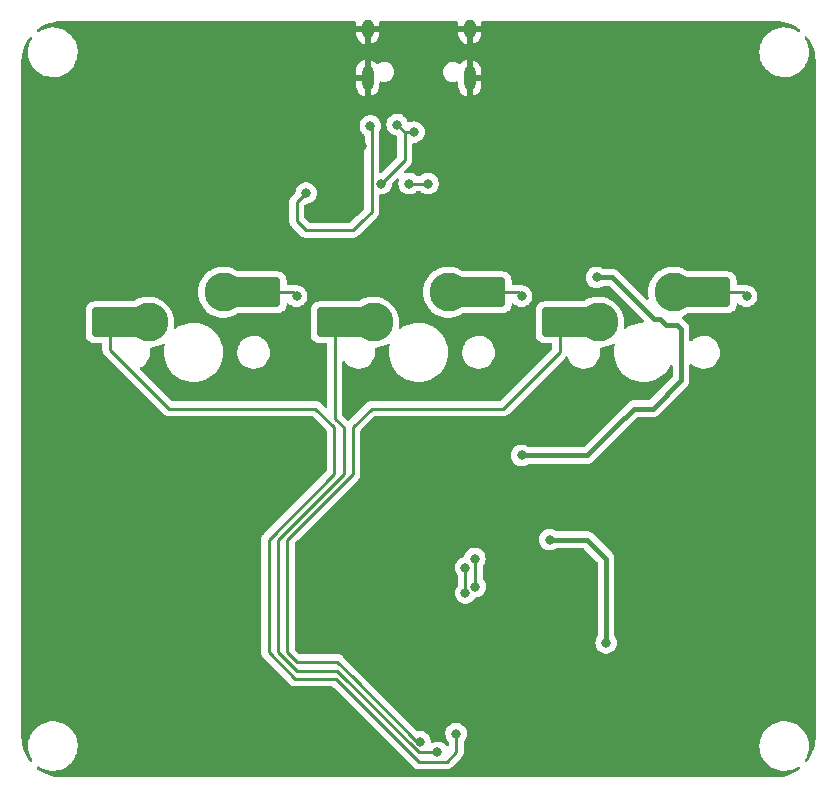
<source format=gbr>
%TF.GenerationSoftware,KiCad,Pcbnew,6.0.9*%
%TF.CreationDate,2022-12-09T21:33:21+01:00*%
%TF.ProjectId,rOxpad,724f7870-6164-42e6-9b69-6361645f7063,rev?*%
%TF.SameCoordinates,Original*%
%TF.FileFunction,Copper,L2,Bot*%
%TF.FilePolarity,Positive*%
%FSLAX46Y46*%
G04 Gerber Fmt 4.6, Leading zero omitted, Abs format (unit mm)*
G04 Created by KiCad (PCBNEW 6.0.9) date 2022-12-09 21:33:21*
%MOMM*%
%LPD*%
G01*
G04 APERTURE LIST*
G04 Aperture macros list*
%AMRoundRect*
0 Rectangle with rounded corners*
0 $1 Rounding radius*
0 $2 $3 $4 $5 $6 $7 $8 $9 X,Y pos of 4 corners*
0 Add a 4 corners polygon primitive as box body*
4,1,4,$2,$3,$4,$5,$6,$7,$8,$9,$2,$3,0*
0 Add four circle primitives for the rounded corners*
1,1,$1+$1,$2,$3*
1,1,$1+$1,$4,$5*
1,1,$1+$1,$6,$7*
1,1,$1+$1,$8,$9*
0 Add four rect primitives between the rounded corners*
20,1,$1+$1,$2,$3,$4,$5,0*
20,1,$1+$1,$4,$5,$6,$7,0*
20,1,$1+$1,$6,$7,$8,$9,0*
20,1,$1+$1,$8,$9,$2,$3,0*%
G04 Aperture macros list end*
%TA.AperFunction,ComponentPad*%
%ADD10O,1.000000X2.100000*%
%TD*%
%TA.AperFunction,ComponentPad*%
%ADD11O,1.000000X1.600000*%
%TD*%
%TA.AperFunction,ComponentPad*%
%ADD12C,3.300000*%
%TD*%
%TA.AperFunction,SMDPad,CuDef*%
%ADD13RoundRect,0.250000X1.025000X1.000000X-1.025000X1.000000X-1.025000X-1.000000X1.025000X-1.000000X0*%
%TD*%
%TA.AperFunction,SMDPad,CuDef*%
%ADD14R,1.650000X2.500000*%
%TD*%
%TA.AperFunction,ViaPad*%
%ADD15C,0.800000*%
%TD*%
%TA.AperFunction,Conductor*%
%ADD16C,0.400000*%
%TD*%
%TA.AperFunction,Conductor*%
%ADD17C,0.254000*%
%TD*%
G04 APERTURE END LIST*
D10*
%TO.P,USB1,13,SHIELD*%
%TO.N,GND*%
X111476250Y-65695000D03*
X102836250Y-65695000D03*
D11*
X111476250Y-61515000D03*
X102836250Y-61515000D03*
%TD*%
D12*
%TO.P,MX3,1,COL*%
%TO.N,KEY-2*%
X122396250Y-86360000D03*
D13*
X118846250Y-86360000D03*
D14*
X120571250Y-86360000D03*
D13*
%TO.P,MX3,2,ROW*%
%TO.N,Net-(D3-Pad2)*%
X132296250Y-83820000D03*
D14*
X130546250Y-83820000D03*
D12*
X128746250Y-83820000D03*
%TD*%
%TO.P,MX2,1,COL*%
%TO.N,KEY-1*%
X103346250Y-86360000D03*
D13*
X99796250Y-86360000D03*
D14*
X101521250Y-86360000D03*
%TO.P,MX2,2,ROW*%
%TO.N,Net-(D2-Pad2)*%
X111496250Y-83820000D03*
D12*
X109696250Y-83820000D03*
D13*
X113246250Y-83820000D03*
%TD*%
D14*
%TO.P,MX1,1,COL*%
%TO.N,KEY-0*%
X82471250Y-86360000D03*
D13*
X80746250Y-86360000D03*
D12*
X84296250Y-86360000D03*
D13*
%TO.P,MX1,2,ROW*%
%TO.N,Net-(D1-Pad2)*%
X94196250Y-83820000D03*
D14*
X92446250Y-83820000D03*
D12*
X90646250Y-83820000D03*
%TD*%
D15*
%TO.N,+5V*%
X118268750Y-104775000D03*
X115881750Y-97631250D03*
X123031250Y-113506250D03*
X122237500Y-82550000D03*
%TO.N,GND*%
X111125000Y-69056250D03*
X102393750Y-71437500D03*
X111125000Y-71437500D03*
X101600000Y-69056250D03*
%TO.N,Net-(D1-Pad2)*%
X96837500Y-84137500D03*
%TO.N,Net-(D2-Pad2)*%
X115887500Y-84137500D03*
%TO.N,Net-(D3-Pad2)*%
X134937500Y-84137500D03*
%TO.N,D-*%
X106362500Y-74612500D03*
X107950000Y-74612500D03*
%TO.N,Net-(R1-Pad2)*%
X111124862Y-107154947D03*
X111119250Y-109275000D03*
%TO.N,D+*%
X105348786Y-69630036D03*
X106773088Y-70260589D03*
X103981250Y-74612500D03*
%TO.N,Net-(R2-Pad2)*%
X111918750Y-106362500D03*
X111969457Y-108749500D03*
%TO.N,VCC*%
X97637000Y-75406250D03*
X103070661Y-69733161D03*
%TO.N,KEY-0*%
X110331250Y-121181250D03*
%TO.N,KEY-1*%
X108743750Y-122768750D03*
%TO.N,KEY-2*%
X107273089Y-121858161D03*
%TD*%
D16*
%TO.N,+5V*%
X121438000Y-104775000D02*
X123031250Y-106368250D01*
X129381250Y-88106250D02*
X129381250Y-87312500D01*
X129032000Y-86614000D02*
X128651000Y-86614000D01*
X126492000Y-85471000D02*
X123571000Y-82550000D01*
X129286000Y-86868000D02*
X129032000Y-86614000D01*
X121443750Y-97631250D02*
X115881750Y-97631250D01*
X123031250Y-106368250D02*
X123031250Y-113506250D01*
X129381250Y-91281250D02*
X129381250Y-88106250D01*
X125412500Y-93662500D02*
X127000000Y-93662500D01*
X123825000Y-95250000D02*
X125412500Y-93662500D01*
X129381250Y-86963250D02*
X129286000Y-86868000D01*
X127889000Y-86360000D02*
X127635000Y-86106000D01*
X118268750Y-104775000D02*
X121438000Y-104775000D01*
X128651000Y-86614000D02*
X128143000Y-86614000D01*
X123571000Y-82550000D02*
X122237500Y-82550000D01*
X128143000Y-86614000D02*
X127889000Y-86360000D01*
X129381250Y-87312500D02*
X129381250Y-86963250D01*
X127635000Y-86106000D02*
X127127000Y-86106000D01*
X123825000Y-95250000D02*
X121443750Y-97631250D01*
X127127000Y-86106000D02*
X126492000Y-85471000D01*
X127000000Y-93662500D02*
X129381250Y-91281250D01*
%TO.N,GND*%
X111125000Y-71437500D02*
X111125000Y-69056250D01*
X102393750Y-70643750D02*
X101600000Y-69850000D01*
X102393750Y-71437500D02*
X102393750Y-70643750D01*
X101600000Y-69850000D02*
X101600000Y-69056250D01*
D17*
%TO.N,Net-(D1-Pad2)*%
X96520000Y-83820000D02*
X96837500Y-84137500D01*
X93948250Y-83820000D02*
X96520000Y-83820000D01*
%TO.N,Net-(D2-Pad2)*%
X115570000Y-83820000D02*
X115887500Y-84137500D01*
X112998250Y-83820000D02*
X115570000Y-83820000D01*
%TO.N,Net-(D3-Pad2)*%
X132048250Y-83820000D02*
X134620000Y-83820000D01*
X134620000Y-83820000D02*
X134937500Y-84137500D01*
%TO.N,D-*%
X106362500Y-74612500D02*
X107950000Y-74612500D01*
%TO.N,Net-(R1-Pad2)*%
X111124862Y-109269388D02*
X111119250Y-109275000D01*
X111124862Y-107154947D02*
X111124862Y-109269388D01*
%TO.N,D+*%
X103981250Y-74612500D02*
X105979339Y-72614411D01*
X105979339Y-72614411D02*
X105979339Y-70260589D01*
X105979339Y-70260589D02*
X105348786Y-69630036D01*
X106773088Y-70260589D02*
X105979339Y-70260589D01*
%TO.N,Net-(R2-Pad2)*%
X111969457Y-106413207D02*
X111918750Y-106362500D01*
X111969457Y-108749500D02*
X111969457Y-106413207D01*
%TO.N,VCC*%
X97637000Y-75406250D02*
X96837500Y-76205750D01*
X96837500Y-76205750D02*
X96837500Y-77787500D01*
X103187500Y-76993750D02*
X103187500Y-69850000D01*
X102393750Y-77787500D02*
X103187500Y-76993750D01*
X97631250Y-78581250D02*
X100012500Y-78581250D01*
X100012500Y-78581250D02*
X101600000Y-78581250D01*
X103187500Y-69850000D02*
X103070661Y-69733161D01*
X96837500Y-77787500D02*
X97631250Y-78581250D01*
X101600000Y-78581250D02*
X102393750Y-77787500D01*
%TO.N,KEY-0*%
X100143750Y-116550000D02*
X96706250Y-116550000D01*
X107156250Y-123562500D02*
X109537500Y-123562500D01*
X110331250Y-122768750D02*
X110331250Y-121181250D01*
X94456250Y-104775000D02*
X100012500Y-99218750D01*
X100012500Y-99218750D02*
X100012500Y-95250000D01*
X94456250Y-114300000D02*
X94456250Y-104775000D01*
X98425000Y-93662500D02*
X100012500Y-95250000D01*
X109537500Y-123562500D02*
X110331250Y-122768750D01*
X86012496Y-93662500D02*
X98425000Y-93662500D01*
X81021250Y-86360000D02*
X81021250Y-88671254D01*
X96706250Y-116550000D02*
X94456250Y-114300000D01*
X100143750Y-116550000D02*
X107156250Y-123562500D01*
X81021250Y-88671254D02*
X86012496Y-93662500D01*
%TO.N,KEY-1*%
X107156250Y-122768750D02*
X108743750Y-122768750D01*
X100806250Y-99218750D02*
X95250000Y-104775000D01*
X100275000Y-115887500D02*
X107156250Y-122768750D01*
X100071250Y-86360000D02*
X100071250Y-94515000D01*
X100806250Y-95250000D02*
X100806250Y-99218750D01*
X100275000Y-115887500D02*
X96837500Y-115887500D01*
X96837500Y-115887500D02*
X95250000Y-114300000D01*
X100071250Y-94515000D02*
X100806250Y-95250000D01*
X95250000Y-114300000D02*
X95250000Y-104775000D01*
%TO.N,KEY-2*%
X103187500Y-93662500D02*
X101600000Y-95250000D01*
X100275000Y-115093750D02*
X96837500Y-115093750D01*
X119121250Y-86360000D02*
X119121250Y-88841250D01*
X114300000Y-93662500D02*
X103187500Y-93662500D01*
X96043750Y-104775000D02*
X101600000Y-99218750D01*
X101600000Y-116418750D02*
X100275000Y-115093750D01*
X101600000Y-116418750D02*
X107039411Y-121858161D01*
X101600000Y-99218750D02*
X101600000Y-95250000D01*
X96837500Y-115093750D02*
X96043750Y-114300000D01*
X107039411Y-121858161D02*
X107273089Y-121858161D01*
X96043750Y-114300000D02*
X96043750Y-104775000D01*
X119121250Y-88841250D02*
X114300000Y-93662500D01*
%TD*%
%TA.AperFunction,Conductor*%
%TO.N,GND*%
G36*
X101799255Y-60853502D02*
G01*
X101845748Y-60907158D01*
X101855852Y-60977432D01*
X101854471Y-60985267D01*
X101829593Y-61104347D01*
X101828348Y-61113933D01*
X101828338Y-61114139D01*
X101828250Y-61117475D01*
X101828250Y-61242885D01*
X101832725Y-61258124D01*
X101834115Y-61259329D01*
X101841798Y-61261000D01*
X103826135Y-61261000D01*
X103841374Y-61256525D01*
X103842579Y-61255135D01*
X103844250Y-61247452D01*
X103844250Y-61167022D01*
X103843927Y-61160647D01*
X103829399Y-61017614D01*
X103826846Y-61005181D01*
X103824339Y-60997180D01*
X103823054Y-60926195D01*
X103860351Y-60865784D01*
X103924388Y-60835127D01*
X103944573Y-60833500D01*
X110371134Y-60833500D01*
X110439255Y-60853502D01*
X110485748Y-60907158D01*
X110495852Y-60977432D01*
X110494471Y-60985267D01*
X110469593Y-61104347D01*
X110468348Y-61113933D01*
X110468338Y-61114139D01*
X110468250Y-61117475D01*
X110468250Y-61242885D01*
X110472725Y-61258124D01*
X110474115Y-61259329D01*
X110481798Y-61261000D01*
X112466135Y-61261000D01*
X112481374Y-61256525D01*
X112482579Y-61255135D01*
X112484250Y-61247452D01*
X112484250Y-61167022D01*
X112483927Y-61160647D01*
X112469399Y-61017614D01*
X112466846Y-61005181D01*
X112464339Y-60997180D01*
X112463054Y-60926195D01*
X112500351Y-60865784D01*
X112564388Y-60835127D01*
X112584573Y-60833500D01*
X137269379Y-60833500D01*
X137288767Y-60835001D01*
X137303593Y-60837310D01*
X137303600Y-60837310D01*
X137312468Y-60838691D01*
X137321371Y-60837527D01*
X137321374Y-60837527D01*
X137331180Y-60836245D01*
X137354109Y-60835354D01*
X137649015Y-60850813D01*
X137673836Y-60852114D01*
X137686953Y-60853492D01*
X138031658Y-60908092D01*
X138044551Y-60910833D01*
X138101880Y-60926195D01*
X138381633Y-61001157D01*
X138394176Y-61005232D01*
X138677346Y-61113933D01*
X138719947Y-61130286D01*
X138719983Y-61130300D01*
X138732032Y-61135665D01*
X139042983Y-61294105D01*
X139054404Y-61300699D01*
X139347085Y-61490770D01*
X139357749Y-61498517D01*
X139418662Y-61547844D01*
X139459013Y-61606256D01*
X139461379Y-61677213D01*
X139425006Y-61738185D01*
X139361444Y-61769814D01*
X139290873Y-61762057D01*
X139273532Y-61753196D01*
X139089500Y-61640421D01*
X139089499Y-61640421D01*
X139085838Y-61638177D01*
X139062851Y-61628086D01*
X138880050Y-61547842D01*
X138824154Y-61523305D01*
X138549301Y-61445012D01*
X138266366Y-61404744D01*
X138116449Y-61403959D01*
X137984871Y-61403270D01*
X137984865Y-61403270D01*
X137980584Y-61403248D01*
X137976340Y-61403807D01*
X137976336Y-61403807D01*
X137852152Y-61420156D01*
X137697242Y-61440550D01*
X137693102Y-61441683D01*
X137693100Y-61441683D01*
X137676640Y-61446186D01*
X137421585Y-61515962D01*
X137158712Y-61628086D01*
X137155031Y-61630289D01*
X136917171Y-61772645D01*
X136917167Y-61772648D01*
X136913489Y-61774849D01*
X136910146Y-61777527D01*
X136910142Y-61777530D01*
X136803486Y-61862978D01*
X136690453Y-61953535D01*
X136687509Y-61956637D01*
X136687505Y-61956641D01*
X136525634Y-62127217D01*
X136493730Y-62160837D01*
X136326962Y-62392920D01*
X136193234Y-62645488D01*
X136095021Y-62913868D01*
X136034140Y-63193094D01*
X136033804Y-63197364D01*
X136012333Y-63470179D01*
X136011717Y-63478000D01*
X136012117Y-63484935D01*
X136028168Y-63763312D01*
X136028993Y-63767517D01*
X136028994Y-63767525D01*
X136040148Y-63824377D01*
X136083188Y-64043752D01*
X136084575Y-64047802D01*
X136084576Y-64047807D01*
X136174371Y-64310075D01*
X136175760Y-64314131D01*
X136194883Y-64352152D01*
X136276539Y-64514507D01*
X136304169Y-64569444D01*
X136466040Y-64804968D01*
X136468921Y-64808134D01*
X136629753Y-64984886D01*
X136658378Y-65016345D01*
X136661666Y-65019094D01*
X136874331Y-65196910D01*
X136874336Y-65196914D01*
X136877623Y-65199662D01*
X136998671Y-65275595D01*
X137116079Y-65349246D01*
X137116083Y-65349248D01*
X137119719Y-65351529D01*
X137380186Y-65469134D01*
X137384305Y-65470354D01*
X137650090Y-65549084D01*
X137650095Y-65549085D01*
X137654203Y-65550302D01*
X137658437Y-65550950D01*
X137658442Y-65550951D01*
X137932459Y-65592881D01*
X137932461Y-65592881D01*
X137936701Y-65593530D01*
X138082188Y-65595816D01*
X138218162Y-65597952D01*
X138218168Y-65597952D01*
X138222453Y-65598019D01*
X138506169Y-65563685D01*
X138782601Y-65491165D01*
X138786561Y-65489525D01*
X138786566Y-65489523D01*
X138947443Y-65422885D01*
X139046633Y-65381799D01*
X139078515Y-65363169D01*
X139289682Y-65239773D01*
X139289683Y-65239773D01*
X139293380Y-65237612D01*
X139393454Y-65159144D01*
X139514903Y-65063915D01*
X139518275Y-65061271D01*
X139717158Y-64856041D01*
X139886347Y-64625717D01*
X140000150Y-64416118D01*
X140020662Y-64378339D01*
X140020663Y-64378337D01*
X140022712Y-64374563D01*
X140095213Y-64182697D01*
X140122213Y-64111244D01*
X140122214Y-64111240D01*
X140123731Y-64107226D01*
X140149480Y-63994800D01*
X140186574Y-63832837D01*
X140186575Y-63832833D01*
X140187532Y-63828653D01*
X140212937Y-63543998D01*
X140213398Y-63500000D01*
X140211365Y-63470177D01*
X140194252Y-63219152D01*
X140194251Y-63219146D01*
X140193960Y-63214875D01*
X140188583Y-63188908D01*
X140136875Y-62939224D01*
X140136006Y-62935027D01*
X140040609Y-62665633D01*
X139909533Y-62411678D01*
X139899983Y-62398089D01*
X139859344Y-62340267D01*
X139836539Y-62273033D01*
X139853703Y-62204143D01*
X139905388Y-62155468D01*
X139975183Y-62142463D01*
X140040930Y-62169257D01*
X140060351Y-62188522D01*
X140113978Y-62254746D01*
X140121730Y-62265415D01*
X140311801Y-62558096D01*
X140318395Y-62569517D01*
X140476835Y-62880468D01*
X140482200Y-62892517D01*
X140607268Y-63218324D01*
X140611343Y-63230867D01*
X140701666Y-63567946D01*
X140704408Y-63580842D01*
X140729468Y-63739051D01*
X140759008Y-63925548D01*
X140760386Y-63938664D01*
X140773168Y-64182494D01*
X140776762Y-64251060D01*
X140775436Y-64277032D01*
X140773809Y-64287480D01*
X140777795Y-64317962D01*
X140777936Y-64319037D01*
X140779000Y-64335376D01*
X140779000Y-121394383D01*
X140777500Y-121413768D01*
X140775190Y-121428601D01*
X140775190Y-121428605D01*
X140773809Y-121437474D01*
X140776256Y-121456183D01*
X140777147Y-121479116D01*
X140767564Y-121661955D01*
X140760390Y-121798846D01*
X140759012Y-121811958D01*
X140707043Y-122140082D01*
X140704418Y-122156654D01*
X140701676Y-122169554D01*
X140614065Y-122496525D01*
X140611351Y-122506652D01*
X140607275Y-122519194D01*
X140594673Y-122552025D01*
X140482214Y-122844990D01*
X140476850Y-122857039D01*
X140318411Y-123167992D01*
X140311817Y-123179413D01*
X140121744Y-123472101D01*
X140113997Y-123482764D01*
X140082153Y-123522088D01*
X140023738Y-123562440D01*
X139952781Y-123564804D01*
X139891810Y-123528431D01*
X139860182Y-123464869D01*
X139867940Y-123394297D01*
X139882688Y-123368198D01*
X139886347Y-123363217D01*
X140014373Y-123127421D01*
X140020662Y-123115839D01*
X140020663Y-123115837D01*
X140022712Y-123112063D01*
X140119072Y-122857055D01*
X140122213Y-122848744D01*
X140122214Y-122848740D01*
X140123731Y-122844726D01*
X140149480Y-122732300D01*
X140186574Y-122570337D01*
X140186575Y-122570333D01*
X140187532Y-122566153D01*
X140192274Y-122513026D01*
X140212717Y-122283963D01*
X140212937Y-122281498D01*
X140213398Y-122237500D01*
X140207887Y-122156664D01*
X140194252Y-121956652D01*
X140194251Y-121956646D01*
X140193960Y-121952375D01*
X140192321Y-121944458D01*
X140136875Y-121676724D01*
X140136006Y-121672527D01*
X140040609Y-121403133D01*
X139909533Y-121149178D01*
X139851808Y-121067043D01*
X139747671Y-120918872D01*
X139747670Y-120918871D01*
X139745204Y-120915362D01*
X139550664Y-120706011D01*
X139329511Y-120525000D01*
X139115760Y-120394013D01*
X139089500Y-120377921D01*
X139089499Y-120377921D01*
X139085838Y-120375677D01*
X139062851Y-120365586D01*
X138938692Y-120311084D01*
X138824154Y-120260805D01*
X138549301Y-120182512D01*
X138266366Y-120142244D01*
X138116449Y-120141459D01*
X137984871Y-120140770D01*
X137984865Y-120140770D01*
X137980584Y-120140748D01*
X137976340Y-120141307D01*
X137976336Y-120141307D01*
X137852152Y-120157656D01*
X137697242Y-120178050D01*
X137693102Y-120179183D01*
X137693100Y-120179183D01*
X137676640Y-120183686D01*
X137421585Y-120253462D01*
X137158712Y-120365586D01*
X137155031Y-120367789D01*
X136917171Y-120510145D01*
X136917167Y-120510148D01*
X136913489Y-120512349D01*
X136910146Y-120515027D01*
X136910142Y-120515030D01*
X136801286Y-120602241D01*
X136690453Y-120691035D01*
X136687509Y-120694137D01*
X136687505Y-120694141D01*
X136676241Y-120706011D01*
X136493730Y-120898337D01*
X136326962Y-121130420D01*
X136193234Y-121382988D01*
X136157410Y-121480882D01*
X136131090Y-121552806D01*
X136095021Y-121651368D01*
X136034140Y-121930594D01*
X136011717Y-122215500D01*
X136012117Y-122222435D01*
X136028168Y-122500812D01*
X136028993Y-122505017D01*
X136028994Y-122505025D01*
X136041808Y-122570337D01*
X136083188Y-122781252D01*
X136084575Y-122785302D01*
X136084576Y-122785307D01*
X136159641Y-123004553D01*
X136175760Y-123051631D01*
X136304169Y-123306944D01*
X136345214Y-123366665D01*
X136456393Y-123528431D01*
X136466040Y-123542468D01*
X136658378Y-123753845D01*
X136661666Y-123756594D01*
X136874331Y-123934410D01*
X136874336Y-123934414D01*
X136877623Y-123937162D01*
X136998671Y-124013095D01*
X137116079Y-124086746D01*
X137116083Y-124086748D01*
X137119719Y-124089029D01*
X137380186Y-124206634D01*
X137384305Y-124207854D01*
X137650090Y-124286584D01*
X137650095Y-124286585D01*
X137654203Y-124287802D01*
X137658437Y-124288450D01*
X137658442Y-124288451D01*
X137932459Y-124330381D01*
X137932461Y-124330381D01*
X137936701Y-124331030D01*
X138082188Y-124333316D01*
X138218162Y-124335452D01*
X138218168Y-124335452D01*
X138222453Y-124335519D01*
X138506169Y-124301185D01*
X138782601Y-124228665D01*
X138786561Y-124227025D01*
X138786566Y-124227023D01*
X138932456Y-124166593D01*
X139046633Y-124119299D01*
X139064277Y-124108989D01*
X139265101Y-123991637D01*
X139334007Y-123974538D01*
X139401220Y-123997407D01*
X139445399Y-124052984D01*
X139452517Y-124123623D01*
X139420315Y-124186896D01*
X139407975Y-124198337D01*
X139357761Y-124239000D01*
X139347101Y-124246744D01*
X139054413Y-124436817D01*
X139042992Y-124443411D01*
X138732039Y-124601850D01*
X138719990Y-124607214D01*
X138394195Y-124732275D01*
X138381652Y-124736351D01*
X138044554Y-124826676D01*
X138031654Y-124829418D01*
X137686958Y-124884012D01*
X137673847Y-124885390D01*
X137609747Y-124888749D01*
X137361451Y-124901762D01*
X137335474Y-124900435D01*
X137333904Y-124900191D01*
X137333900Y-124900191D01*
X137325026Y-124898809D01*
X137316124Y-124899973D01*
X137316122Y-124899973D01*
X137301073Y-124901941D01*
X137293464Y-124902936D01*
X137277129Y-124904000D01*
X77043111Y-124904000D01*
X77023727Y-124902500D01*
X77008893Y-124900190D01*
X77008890Y-124900190D01*
X77000020Y-124898809D01*
X76981309Y-124901256D01*
X76958377Y-124902147D01*
X76894668Y-124898809D01*
X76638642Y-124885395D01*
X76625535Y-124884018D01*
X76280832Y-124829425D01*
X76267939Y-124826685D01*
X76157206Y-124797015D01*
X75930840Y-124736362D01*
X75918296Y-124732286D01*
X75592493Y-124607224D01*
X75580445Y-124601860D01*
X75269500Y-124443427D01*
X75258078Y-124436833D01*
X74965392Y-124246763D01*
X74954722Y-124239011D01*
X74889109Y-124185879D01*
X74848757Y-124127464D01*
X74846391Y-124056507D01*
X74882764Y-123995535D01*
X74946326Y-123963907D01*
X75016898Y-123971664D01*
X75035358Y-123981221D01*
X75069323Y-124002527D01*
X75203579Y-124086746D01*
X75203583Y-124086748D01*
X75207219Y-124089029D01*
X75467686Y-124206634D01*
X75471805Y-124207854D01*
X75737590Y-124286584D01*
X75737595Y-124286585D01*
X75741703Y-124287802D01*
X75745937Y-124288450D01*
X75745942Y-124288451D01*
X76019959Y-124330381D01*
X76019961Y-124330381D01*
X76024201Y-124331030D01*
X76169688Y-124333316D01*
X76305662Y-124335452D01*
X76305668Y-124335452D01*
X76309953Y-124335519D01*
X76593669Y-124301185D01*
X76870101Y-124228665D01*
X76874061Y-124227025D01*
X76874066Y-124227023D01*
X77019956Y-124166593D01*
X77134133Y-124119299D01*
X77151777Y-124108989D01*
X77377182Y-123977273D01*
X77377183Y-123977273D01*
X77380880Y-123975112D01*
X77386376Y-123970803D01*
X77602403Y-123801415D01*
X77605775Y-123798771D01*
X77804658Y-123593541D01*
X77973847Y-123363217D01*
X78101873Y-123127421D01*
X78108162Y-123115839D01*
X78108163Y-123115837D01*
X78110212Y-123112063D01*
X78206572Y-122857055D01*
X78209713Y-122848744D01*
X78209714Y-122848740D01*
X78211231Y-122844726D01*
X78236980Y-122732300D01*
X78274074Y-122570337D01*
X78274075Y-122570333D01*
X78275032Y-122566153D01*
X78279774Y-122513026D01*
X78300217Y-122283963D01*
X78300437Y-122281498D01*
X78300898Y-122237500D01*
X78295387Y-122156664D01*
X78281752Y-121956652D01*
X78281751Y-121956646D01*
X78281460Y-121952375D01*
X78279821Y-121944458D01*
X78224375Y-121676724D01*
X78223506Y-121672527D01*
X78128109Y-121403133D01*
X77997033Y-121149178D01*
X77939308Y-121067043D01*
X77835171Y-120918872D01*
X77835170Y-120918871D01*
X77832704Y-120915362D01*
X77638164Y-120706011D01*
X77417011Y-120525000D01*
X77203260Y-120394013D01*
X77177000Y-120377921D01*
X77176999Y-120377921D01*
X77173338Y-120375677D01*
X77150351Y-120365586D01*
X77026192Y-120311084D01*
X76911654Y-120260805D01*
X76636801Y-120182512D01*
X76353866Y-120142244D01*
X76203949Y-120141459D01*
X76072371Y-120140770D01*
X76072365Y-120140770D01*
X76068084Y-120140748D01*
X76063840Y-120141307D01*
X76063836Y-120141307D01*
X75939652Y-120157656D01*
X75784742Y-120178050D01*
X75780602Y-120179183D01*
X75780600Y-120179183D01*
X75764140Y-120183686D01*
X75509085Y-120253462D01*
X75246212Y-120365586D01*
X75242531Y-120367789D01*
X75004671Y-120510145D01*
X75004667Y-120510148D01*
X75000989Y-120512349D01*
X74997646Y-120515027D01*
X74997642Y-120515030D01*
X74888786Y-120602241D01*
X74777953Y-120691035D01*
X74775009Y-120694137D01*
X74775005Y-120694141D01*
X74763741Y-120706011D01*
X74581230Y-120898337D01*
X74414462Y-121130420D01*
X74280734Y-121382988D01*
X74244910Y-121480882D01*
X74218590Y-121552806D01*
X74182521Y-121651368D01*
X74121640Y-121930594D01*
X74099217Y-122215500D01*
X74099617Y-122222435D01*
X74115668Y-122500812D01*
X74116493Y-122505017D01*
X74116494Y-122505025D01*
X74129308Y-122570337D01*
X74170688Y-122781252D01*
X74172075Y-122785302D01*
X74172076Y-122785307D01*
X74247141Y-123004553D01*
X74263260Y-123051631D01*
X74391669Y-123306944D01*
X74394099Y-123310479D01*
X74457893Y-123403301D01*
X74479993Y-123470770D01*
X74462107Y-123539477D01*
X74409916Y-123587608D01*
X74339988Y-123599880D01*
X74274526Y-123572399D01*
X74256132Y-123553962D01*
X74246825Y-123542468D01*
X74198489Y-123482778D01*
X74190737Y-123472108D01*
X74000667Y-123179422D01*
X73994073Y-123168000D01*
X73835640Y-122857055D01*
X73830276Y-122845007D01*
X73705214Y-122519204D01*
X73701138Y-122506660D01*
X73633626Y-122254696D01*
X73610814Y-122169554D01*
X73608074Y-122156664D01*
X73553482Y-121811962D01*
X73552105Y-121798853D01*
X73547879Y-121718194D01*
X73535737Y-121486454D01*
X73537065Y-121460474D01*
X73537310Y-121458902D01*
X73537310Y-121458901D01*
X73538691Y-121450032D01*
X73534563Y-121418460D01*
X73533500Y-121402125D01*
X73533500Y-87410400D01*
X78962750Y-87410400D01*
X78963087Y-87413646D01*
X78963087Y-87413650D01*
X78971801Y-87497628D01*
X78973724Y-87516166D01*
X78975905Y-87522702D01*
X78975905Y-87522704D01*
X78998020Y-87588991D01*
X79029700Y-87683946D01*
X79122772Y-87834348D01*
X79247947Y-87959305D01*
X79398512Y-88052115D01*
X79476149Y-88077866D01*
X79559861Y-88105632D01*
X79559863Y-88105632D01*
X79566389Y-88107797D01*
X79573225Y-88108497D01*
X79573228Y-88108498D01*
X79616281Y-88112909D01*
X79670850Y-88118500D01*
X80259750Y-88118500D01*
X80327871Y-88138502D01*
X80374364Y-88192158D01*
X80385750Y-88244500D01*
X80385750Y-88592234D01*
X80385220Y-88603468D01*
X80383542Y-88610973D01*
X80383791Y-88618892D01*
X80385688Y-88679266D01*
X80385750Y-88683223D01*
X80385750Y-88711237D01*
X80386246Y-88715162D01*
X80386246Y-88715163D01*
X80386258Y-88715258D01*
X80387191Y-88727103D01*
X80388585Y-88771459D01*
X80390797Y-88779071D01*
X80394263Y-88791002D01*
X80398273Y-88810366D01*
X80400823Y-88830553D01*
X80403739Y-88837917D01*
X80403740Y-88837922D01*
X80417157Y-88871810D01*
X80421002Y-88883039D01*
X80433381Y-88925647D01*
X80437419Y-88932474D01*
X80437420Y-88932477D01*
X80443738Y-88943160D01*
X80452438Y-88960918D01*
X80457011Y-88972469D01*
X80457015Y-88972475D01*
X80459931Y-88979842D01*
X80464589Y-88986253D01*
X80464590Y-88986255D01*
X80486014Y-89015742D01*
X80492531Y-89025664D01*
X80511076Y-89057022D01*
X80511079Y-89057026D01*
X80515116Y-89063852D01*
X80529500Y-89078236D01*
X80542341Y-89093270D01*
X80554308Y-89109741D01*
X80560416Y-89114794D01*
X80588505Y-89138031D01*
X80597285Y-89146021D01*
X85507246Y-94055983D01*
X85514822Y-94064309D01*
X85518943Y-94070803D01*
X85524718Y-94076226D01*
X85568761Y-94117585D01*
X85571603Y-94120340D01*
X85591402Y-94140139D01*
X85594527Y-94142563D01*
X85594536Y-94142571D01*
X85594622Y-94142637D01*
X85603647Y-94150345D01*
X85635990Y-94180717D01*
X85642934Y-94184535D01*
X85642936Y-94184536D01*
X85653825Y-94190522D01*
X85670343Y-94201373D01*
X85686429Y-94213850D01*
X85727162Y-94231476D01*
X85737810Y-94236693D01*
X85749438Y-94243085D01*
X85776693Y-94258069D01*
X85784368Y-94260040D01*
X85784374Y-94260042D01*
X85796407Y-94263131D01*
X85815109Y-94269534D01*
X85833788Y-94277617D01*
X85867314Y-94282927D01*
X85877623Y-94284560D01*
X85889236Y-94286965D01*
X85932214Y-94298000D01*
X85952561Y-94298000D01*
X85972273Y-94299551D01*
X85992375Y-94302735D01*
X86000267Y-94301989D01*
X86036552Y-94298559D01*
X86048410Y-94298000D01*
X98109578Y-94298000D01*
X98177699Y-94318002D01*
X98198673Y-94334905D01*
X99340095Y-95476328D01*
X99374121Y-95538640D01*
X99377000Y-95565423D01*
X99377000Y-98903328D01*
X99356998Y-98971449D01*
X99340095Y-98992423D01*
X94062767Y-104269750D01*
X94054441Y-104277326D01*
X94047947Y-104281447D01*
X94038568Y-104291435D01*
X94001165Y-104331265D01*
X93998410Y-104334107D01*
X93978611Y-104353906D01*
X93976187Y-104357031D01*
X93976179Y-104357040D01*
X93976113Y-104357126D01*
X93968405Y-104366151D01*
X93938033Y-104398494D01*
X93934215Y-104405438D01*
X93934214Y-104405440D01*
X93928228Y-104416329D01*
X93917377Y-104432847D01*
X93904900Y-104448933D01*
X93887274Y-104489666D01*
X93882057Y-104500314D01*
X93860681Y-104539197D01*
X93858710Y-104546872D01*
X93858708Y-104546878D01*
X93855619Y-104558911D01*
X93849216Y-104577613D01*
X93841133Y-104596292D01*
X93839894Y-104604117D01*
X93834190Y-104640127D01*
X93831785Y-104651740D01*
X93820750Y-104694718D01*
X93820750Y-104715065D01*
X93819199Y-104734776D01*
X93816015Y-104754879D01*
X93816761Y-104762771D01*
X93820191Y-104799056D01*
X93820750Y-104810914D01*
X93820750Y-114220980D01*
X93820220Y-114232214D01*
X93818542Y-114239719D01*
X93818791Y-114247638D01*
X93820688Y-114308012D01*
X93820750Y-114311969D01*
X93820750Y-114339983D01*
X93821246Y-114343908D01*
X93821246Y-114343909D01*
X93821258Y-114344004D01*
X93822191Y-114355849D01*
X93823585Y-114400205D01*
X93825797Y-114407817D01*
X93829263Y-114419748D01*
X93833273Y-114439112D01*
X93835823Y-114459299D01*
X93838739Y-114466663D01*
X93838740Y-114466668D01*
X93852157Y-114500556D01*
X93856002Y-114511785D01*
X93868381Y-114554393D01*
X93872419Y-114561220D01*
X93872420Y-114561223D01*
X93878738Y-114571906D01*
X93887438Y-114589664D01*
X93892011Y-114601215D01*
X93892015Y-114601221D01*
X93894931Y-114608588D01*
X93899589Y-114614999D01*
X93899590Y-114615001D01*
X93921014Y-114644488D01*
X93927531Y-114654410D01*
X93946076Y-114685768D01*
X93946079Y-114685772D01*
X93950116Y-114692598D01*
X93964500Y-114706982D01*
X93977341Y-114722016D01*
X93989308Y-114738487D01*
X93995416Y-114743540D01*
X94023505Y-114766777D01*
X94032285Y-114774767D01*
X96201000Y-116943483D01*
X96208576Y-116951809D01*
X96212697Y-116958303D01*
X96218472Y-116963726D01*
X96262515Y-117005085D01*
X96265357Y-117007840D01*
X96285156Y-117027639D01*
X96288287Y-117030068D01*
X96288292Y-117030072D01*
X96288378Y-117030139D01*
X96297403Y-117037847D01*
X96329744Y-117068217D01*
X96336689Y-117072035D01*
X96336693Y-117072038D01*
X96347584Y-117078026D01*
X96364105Y-117088878D01*
X96380184Y-117101350D01*
X96420912Y-117118974D01*
X96431569Y-117124196D01*
X96463496Y-117141748D01*
X96463499Y-117141749D01*
X96470447Y-117145569D01*
X96490165Y-117150632D01*
X96508861Y-117157033D01*
X96527543Y-117165117D01*
X96535367Y-117166356D01*
X96535373Y-117166358D01*
X96571370Y-117172060D01*
X96582990Y-117174466D01*
X96618287Y-117183528D01*
X96625968Y-117185500D01*
X96646316Y-117185500D01*
X96666028Y-117187051D01*
X96686130Y-117190235D01*
X96730305Y-117186059D01*
X96742164Y-117185500D01*
X99828328Y-117185500D01*
X99896449Y-117205502D01*
X99917423Y-117222405D01*
X106651000Y-123955983D01*
X106658576Y-123964309D01*
X106662697Y-123970803D01*
X106709993Y-124015217D01*
X106712515Y-124017585D01*
X106715357Y-124020340D01*
X106735156Y-124040139D01*
X106738287Y-124042568D01*
X106738292Y-124042572D01*
X106738378Y-124042639D01*
X106747403Y-124050347D01*
X106779744Y-124080717D01*
X106786689Y-124084535D01*
X106786693Y-124084538D01*
X106797584Y-124090526D01*
X106814105Y-124101378D01*
X106830184Y-124113850D01*
X106870905Y-124131471D01*
X106881561Y-124136692D01*
X106913495Y-124154248D01*
X106913501Y-124154250D01*
X106920447Y-124158069D01*
X106928122Y-124160040D01*
X106928128Y-124160042D01*
X106940161Y-124163131D01*
X106958863Y-124169534D01*
X106977542Y-124177617D01*
X106985368Y-124178857D01*
X106985373Y-124178858D01*
X107021370Y-124184560D01*
X107032990Y-124186966D01*
X107068287Y-124196028D01*
X107075968Y-124198000D01*
X107096316Y-124198000D01*
X107116028Y-124199551D01*
X107136130Y-124202735D01*
X107180305Y-124198559D01*
X107192164Y-124198000D01*
X109458480Y-124198000D01*
X109469714Y-124198530D01*
X109477219Y-124200208D01*
X109545512Y-124198062D01*
X109549469Y-124198000D01*
X109577483Y-124198000D01*
X109581408Y-124197504D01*
X109581409Y-124197504D01*
X109581504Y-124197492D01*
X109593349Y-124196559D01*
X109623170Y-124195622D01*
X109629782Y-124195414D01*
X109629783Y-124195414D01*
X109637705Y-124195165D01*
X109657249Y-124189487D01*
X109676612Y-124185477D01*
X109688940Y-124183920D01*
X109688942Y-124183920D01*
X109696799Y-124182927D01*
X109704163Y-124180011D01*
X109704168Y-124180010D01*
X109738056Y-124166593D01*
X109749285Y-124162748D01*
X109765965Y-124157902D01*
X109791893Y-124150369D01*
X109798720Y-124146331D01*
X109798723Y-124146330D01*
X109809406Y-124140012D01*
X109827164Y-124131312D01*
X109838715Y-124126739D01*
X109838721Y-124126735D01*
X109846088Y-124123819D01*
X109855287Y-124117136D01*
X109881988Y-124097736D01*
X109891910Y-124091219D01*
X109923268Y-124072674D01*
X109923272Y-124072671D01*
X109930098Y-124068634D01*
X109944482Y-124054250D01*
X109959516Y-124041409D01*
X109969573Y-124034102D01*
X109975987Y-124029442D01*
X110004273Y-123995250D01*
X110012263Y-123986469D01*
X110724738Y-123273995D01*
X110733057Y-123266425D01*
X110739553Y-123262303D01*
X110786336Y-123212484D01*
X110789090Y-123209643D01*
X110808889Y-123189844D01*
X110811313Y-123186719D01*
X110811321Y-123186710D01*
X110811387Y-123186624D01*
X110819095Y-123177599D01*
X110828109Y-123168000D01*
X110849467Y-123145256D01*
X110859273Y-123127419D01*
X110870123Y-123110903D01*
X110882600Y-123094817D01*
X110900226Y-123054084D01*
X110905443Y-123043436D01*
X110922999Y-123011501D01*
X110926819Y-123004553D01*
X110928790Y-122996878D01*
X110928792Y-122996872D01*
X110931881Y-122984839D01*
X110938284Y-122966137D01*
X110946367Y-122947458D01*
X110953310Y-122903623D01*
X110955717Y-122892001D01*
X110966750Y-122849032D01*
X110966750Y-122828685D01*
X110968301Y-122808974D01*
X110970245Y-122796700D01*
X110971485Y-122788871D01*
X110967309Y-122744694D01*
X110966750Y-122732836D01*
X110966750Y-121881553D01*
X110986752Y-121813432D01*
X110999114Y-121797243D01*
X111065871Y-121723102D01*
X111065872Y-121723101D01*
X111070290Y-121718194D01*
X111165777Y-121552806D01*
X111224792Y-121371178D01*
X111244754Y-121181250D01*
X111239045Y-121126930D01*
X111225482Y-120997885D01*
X111225482Y-120997883D01*
X111224792Y-120991322D01*
X111165777Y-120809694D01*
X111070290Y-120644306D01*
X110953890Y-120515030D01*
X110946925Y-120507295D01*
X110946924Y-120507294D01*
X110942503Y-120502384D01*
X110788002Y-120390132D01*
X110781974Y-120387448D01*
X110781972Y-120387447D01*
X110619569Y-120315141D01*
X110619568Y-120315141D01*
X110613538Y-120312456D01*
X110520138Y-120292603D01*
X110433194Y-120274122D01*
X110433189Y-120274122D01*
X110426737Y-120272750D01*
X110235763Y-120272750D01*
X110229311Y-120274122D01*
X110229306Y-120274122D01*
X110142362Y-120292603D01*
X110048962Y-120312456D01*
X110042932Y-120315141D01*
X110042931Y-120315141D01*
X109880528Y-120387447D01*
X109880526Y-120387448D01*
X109874498Y-120390132D01*
X109719997Y-120502384D01*
X109715576Y-120507294D01*
X109715575Y-120507295D01*
X109708611Y-120515030D01*
X109592210Y-120644306D01*
X109496723Y-120809694D01*
X109437708Y-120991322D01*
X109437018Y-120997883D01*
X109437018Y-120997885D01*
X109423455Y-121126930D01*
X109417746Y-121181250D01*
X109437708Y-121371178D01*
X109496723Y-121552806D01*
X109592210Y-121718194D01*
X109596628Y-121723101D01*
X109596629Y-121723102D01*
X109663386Y-121797243D01*
X109694104Y-121861250D01*
X109695750Y-121881553D01*
X109695750Y-122140082D01*
X109675748Y-122208203D01*
X109622092Y-122254696D01*
X109551818Y-122264800D01*
X109487238Y-122235306D01*
X109476114Y-122224392D01*
X109474348Y-122222430D01*
X109355003Y-122089884D01*
X109200502Y-121977632D01*
X109194474Y-121974948D01*
X109194472Y-121974947D01*
X109032069Y-121902641D01*
X109032068Y-121902641D01*
X109026038Y-121899956D01*
X108932637Y-121880103D01*
X108845694Y-121861622D01*
X108845689Y-121861622D01*
X108839237Y-121860250D01*
X108648263Y-121860250D01*
X108641811Y-121861622D01*
X108641806Y-121861622D01*
X108554863Y-121880103D01*
X108461462Y-121899956D01*
X108455435Y-121902639D01*
X108455427Y-121902642D01*
X108361507Y-121944458D01*
X108291140Y-121953892D01*
X108226843Y-121923785D01*
X108189030Y-121863696D01*
X108184949Y-121842521D01*
X108180360Y-121798853D01*
X108171281Y-121712476D01*
X108167321Y-121674796D01*
X108167321Y-121674794D01*
X108166631Y-121668233D01*
X108107616Y-121486605D01*
X108103294Y-121479118D01*
X108065563Y-121413768D01*
X108012129Y-121321217D01*
X107892014Y-121187815D01*
X107888764Y-121184206D01*
X107888763Y-121184205D01*
X107884342Y-121179295D01*
X107729841Y-121067043D01*
X107723813Y-121064359D01*
X107723811Y-121064358D01*
X107561408Y-120992052D01*
X107561407Y-120992052D01*
X107555377Y-120989367D01*
X107461977Y-120969514D01*
X107375033Y-120951033D01*
X107375028Y-120951033D01*
X107368576Y-120949661D01*
X107177602Y-120949661D01*
X107171150Y-120951033D01*
X107171145Y-120951033D01*
X107122496Y-120961374D01*
X107051705Y-120955972D01*
X107007204Y-120927222D01*
X102021102Y-115941119D01*
X102021094Y-115941111D01*
X102021090Y-115941108D01*
X100780250Y-114700267D01*
X100772674Y-114691941D01*
X100768553Y-114685447D01*
X100718734Y-114638664D01*
X100715893Y-114635910D01*
X100696094Y-114616111D01*
X100692969Y-114613687D01*
X100692960Y-114613679D01*
X100692874Y-114613613D01*
X100683849Y-114605905D01*
X100657285Y-114580960D01*
X100651506Y-114575533D01*
X100633669Y-114565727D01*
X100617153Y-114554877D01*
X100601067Y-114542400D01*
X100560334Y-114524774D01*
X100549686Y-114519557D01*
X100538058Y-114513165D01*
X100510803Y-114498181D01*
X100503128Y-114496210D01*
X100503122Y-114496208D01*
X100491089Y-114493119D01*
X100472387Y-114486716D01*
X100453708Y-114478633D01*
X100419872Y-114473274D01*
X100409873Y-114471690D01*
X100398260Y-114469285D01*
X100355282Y-114458250D01*
X100334935Y-114458250D01*
X100315224Y-114456699D01*
X100302950Y-114454755D01*
X100295121Y-114453515D01*
X100287229Y-114454261D01*
X100250944Y-114457691D01*
X100239086Y-114458250D01*
X97152923Y-114458250D01*
X97084802Y-114438248D01*
X97063827Y-114421345D01*
X96716154Y-114073671D01*
X96682129Y-114011359D01*
X96679250Y-113984576D01*
X96679250Y-109275000D01*
X110205746Y-109275000D01*
X110225708Y-109464928D01*
X110284723Y-109646556D01*
X110380210Y-109811944D01*
X110507997Y-109953866D01*
X110662498Y-110066118D01*
X110668526Y-110068802D01*
X110668528Y-110068803D01*
X110830931Y-110141109D01*
X110836962Y-110143794D01*
X110930363Y-110163647D01*
X111017306Y-110182128D01*
X111017311Y-110182128D01*
X111023763Y-110183500D01*
X111214737Y-110183500D01*
X111221189Y-110182128D01*
X111221194Y-110182128D01*
X111308137Y-110163647D01*
X111401538Y-110143794D01*
X111407569Y-110141109D01*
X111569972Y-110068803D01*
X111569974Y-110068802D01*
X111576002Y-110066118D01*
X111730503Y-109953866D01*
X111858290Y-109811944D01*
X111861589Y-109806231D01*
X111861592Y-109806226D01*
X111910797Y-109721000D01*
X111962180Y-109672007D01*
X112019916Y-109658000D01*
X112064944Y-109658000D01*
X112071396Y-109656628D01*
X112071401Y-109656628D01*
X112158345Y-109638147D01*
X112251745Y-109618294D01*
X112257776Y-109615609D01*
X112420179Y-109543303D01*
X112420181Y-109543302D01*
X112426209Y-109540618D01*
X112580710Y-109428366D01*
X112708497Y-109286444D01*
X112803984Y-109121056D01*
X112862999Y-108939428D01*
X112866121Y-108909729D01*
X112882271Y-108756065D01*
X112882961Y-108749500D01*
X112862999Y-108559572D01*
X112803984Y-108377944D01*
X112708497Y-108212556D01*
X112637321Y-108133507D01*
X112606603Y-108069500D01*
X112604957Y-108049197D01*
X112604957Y-107006487D01*
X112624959Y-106938366D01*
X112637315Y-106922183D01*
X112657790Y-106899444D01*
X112753277Y-106734056D01*
X112812292Y-106552428D01*
X112820725Y-106472198D01*
X112831564Y-106369065D01*
X112832254Y-106362500D01*
X112815758Y-106205548D01*
X112812982Y-106179135D01*
X112812982Y-106179133D01*
X112812292Y-106172572D01*
X112753277Y-105990944D01*
X112657790Y-105825556D01*
X112530003Y-105683634D01*
X112375502Y-105571382D01*
X112369474Y-105568698D01*
X112369472Y-105568697D01*
X112207069Y-105496391D01*
X112207068Y-105496391D01*
X112201038Y-105493706D01*
X112107637Y-105473853D01*
X112020694Y-105455372D01*
X112020689Y-105455372D01*
X112014237Y-105454000D01*
X111823263Y-105454000D01*
X111816811Y-105455372D01*
X111816806Y-105455372D01*
X111729863Y-105473853D01*
X111636462Y-105493706D01*
X111630432Y-105496391D01*
X111630431Y-105496391D01*
X111468028Y-105568697D01*
X111468026Y-105568698D01*
X111461998Y-105571382D01*
X111307497Y-105683634D01*
X111179710Y-105825556D01*
X111084223Y-105990944D01*
X111025208Y-106172572D01*
X111025187Y-106172770D01*
X110992587Y-106233151D01*
X110929268Y-106267726D01*
X110842574Y-106286153D01*
X110836544Y-106288838D01*
X110836543Y-106288838D01*
X110674140Y-106361144D01*
X110674138Y-106361145D01*
X110668110Y-106363829D01*
X110513609Y-106476081D01*
X110385822Y-106618003D01*
X110290335Y-106783391D01*
X110231320Y-106965019D01*
X110230630Y-106971580D01*
X110230630Y-106971582D01*
X110212048Y-107148382D01*
X110211358Y-107154947D01*
X110231320Y-107344875D01*
X110290335Y-107526503D01*
X110385822Y-107691891D01*
X110390240Y-107696798D01*
X110390241Y-107696799D01*
X110456998Y-107770940D01*
X110487716Y-107834947D01*
X110489362Y-107855250D01*
X110489362Y-108568464D01*
X110469360Y-108636585D01*
X110456998Y-108652774D01*
X110380210Y-108738056D01*
X110284723Y-108903444D01*
X110225708Y-109085072D01*
X110225018Y-109091633D01*
X110225018Y-109091635D01*
X110221926Y-109121056D01*
X110205746Y-109275000D01*
X96679250Y-109275000D01*
X96679250Y-105090422D01*
X96699252Y-105022301D01*
X96716155Y-105001327D01*
X96942482Y-104775000D01*
X117355246Y-104775000D01*
X117375208Y-104964928D01*
X117434223Y-105146556D01*
X117529710Y-105311944D01*
X117657497Y-105453866D01*
X117811998Y-105566118D01*
X117818026Y-105568802D01*
X117818028Y-105568803D01*
X117980431Y-105641109D01*
X117986462Y-105643794D01*
X118079863Y-105663647D01*
X118166806Y-105682128D01*
X118166811Y-105682128D01*
X118173263Y-105683500D01*
X118364237Y-105683500D01*
X118370689Y-105682128D01*
X118370694Y-105682128D01*
X118457637Y-105663647D01*
X118551038Y-105643794D01*
X118557069Y-105641109D01*
X118719472Y-105568803D01*
X118719474Y-105568802D01*
X118725502Y-105566118D01*
X118806094Y-105507564D01*
X118872961Y-105483706D01*
X118880155Y-105483500D01*
X121092340Y-105483500D01*
X121160461Y-105503502D01*
X121181435Y-105520405D01*
X122285845Y-106624815D01*
X122319871Y-106687127D01*
X122322750Y-106713910D01*
X122322750Y-112887506D01*
X122302748Y-112955627D01*
X122298686Y-112961567D01*
X122296629Y-112964398D01*
X122292210Y-112969306D01*
X122196723Y-113134694D01*
X122137708Y-113316322D01*
X122117746Y-113506250D01*
X122137708Y-113696178D01*
X122196723Y-113877806D01*
X122292210Y-114043194D01*
X122296628Y-114048101D01*
X122296629Y-114048102D01*
X122415575Y-114180205D01*
X122419997Y-114185116D01*
X122574498Y-114297368D01*
X122580526Y-114300052D01*
X122580528Y-114300053D01*
X122742931Y-114372359D01*
X122748962Y-114375044D01*
X122830060Y-114392282D01*
X122929306Y-114413378D01*
X122929311Y-114413378D01*
X122935763Y-114414750D01*
X123126737Y-114414750D01*
X123133189Y-114413378D01*
X123133194Y-114413378D01*
X123232440Y-114392282D01*
X123313538Y-114375044D01*
X123319569Y-114372359D01*
X123481972Y-114300053D01*
X123481974Y-114300052D01*
X123488002Y-114297368D01*
X123642503Y-114185116D01*
X123646925Y-114180205D01*
X123765871Y-114048102D01*
X123765872Y-114048101D01*
X123770290Y-114043194D01*
X123865777Y-113877806D01*
X123924792Y-113696178D01*
X123944754Y-113506250D01*
X123924792Y-113316322D01*
X123865777Y-113134694D01*
X123770290Y-112969306D01*
X123765871Y-112964398D01*
X123763814Y-112961567D01*
X123739955Y-112894699D01*
X123739750Y-112887506D01*
X123739750Y-106397177D01*
X123740042Y-106388608D01*
X123743460Y-106338475D01*
X123743460Y-106338471D01*
X123743976Y-106330898D01*
X123732986Y-106267931D01*
X123732025Y-106261415D01*
X123725264Y-106205548D01*
X123724352Y-106198008D01*
X123721669Y-106190907D01*
X123721028Y-106188298D01*
X123716559Y-106171965D01*
X123715798Y-106169445D01*
X123714493Y-106161967D01*
X123711441Y-106155014D01*
X123688809Y-106103454D01*
X123686318Y-106097349D01*
X123666425Y-106044706D01*
X123666423Y-106044702D01*
X123663737Y-106037594D01*
X123659434Y-106031333D01*
X123658197Y-106028967D01*
X123649970Y-106014187D01*
X123648619Y-106011902D01*
X123645565Y-106004945D01*
X123640945Y-105998925D01*
X123640942Y-105998919D01*
X123606671Y-105954259D01*
X123602791Y-105948918D01*
X123570911Y-105902530D01*
X123570906Y-105902525D01*
X123566607Y-105896269D01*
X123520079Y-105854814D01*
X123514804Y-105849834D01*
X121959450Y-104294480D01*
X121953596Y-104288215D01*
X121937488Y-104269750D01*
X121915561Y-104244615D01*
X121863280Y-104207871D01*
X121857986Y-104203939D01*
X121813693Y-104169209D01*
X121807718Y-104164524D01*
X121800802Y-104161401D01*
X121798516Y-104160017D01*
X121783835Y-104151643D01*
X121781475Y-104150378D01*
X121775261Y-104146010D01*
X121768182Y-104143250D01*
X121768180Y-104143249D01*
X121715725Y-104122798D01*
X121709656Y-104120247D01*
X121651427Y-104093955D01*
X121643960Y-104092571D01*
X121641405Y-104091770D01*
X121625152Y-104087141D01*
X121622572Y-104086478D01*
X121615491Y-104083718D01*
X121607960Y-104082727D01*
X121607958Y-104082726D01*
X121578339Y-104078827D01*
X121552139Y-104075378D01*
X121545641Y-104074348D01*
X121482814Y-104062704D01*
X121475234Y-104063141D01*
X121475233Y-104063141D01*
X121420608Y-104066291D01*
X121413354Y-104066500D01*
X118880155Y-104066500D01*
X118812034Y-104046498D01*
X118806094Y-104042436D01*
X118730844Y-103987763D01*
X118730843Y-103987762D01*
X118725502Y-103983882D01*
X118719474Y-103981198D01*
X118719472Y-103981197D01*
X118557069Y-103908891D01*
X118557068Y-103908891D01*
X118551038Y-103906206D01*
X118457637Y-103886353D01*
X118370694Y-103867872D01*
X118370689Y-103867872D01*
X118364237Y-103866500D01*
X118173263Y-103866500D01*
X118166811Y-103867872D01*
X118166806Y-103867872D01*
X118079862Y-103886353D01*
X117986462Y-103906206D01*
X117980432Y-103908891D01*
X117980431Y-103908891D01*
X117818028Y-103981197D01*
X117818026Y-103981198D01*
X117811998Y-103983882D01*
X117657497Y-104096134D01*
X117653076Y-104101044D01*
X117653075Y-104101045D01*
X117599977Y-104160017D01*
X117529710Y-104238056D01*
X117434223Y-104403444D01*
X117375208Y-104585072D01*
X117374518Y-104591633D01*
X117374518Y-104591635D01*
X117368806Y-104645987D01*
X117355246Y-104775000D01*
X96942482Y-104775000D01*
X101993483Y-99724000D01*
X102001809Y-99716424D01*
X102008303Y-99712303D01*
X102055086Y-99662484D01*
X102057840Y-99659643D01*
X102077639Y-99639844D01*
X102080068Y-99636713D01*
X102080072Y-99636708D01*
X102080139Y-99636622D01*
X102087847Y-99627597D01*
X102112791Y-99601035D01*
X102112794Y-99601031D01*
X102118217Y-99595256D01*
X102122036Y-99588310D01*
X102122039Y-99588305D01*
X102128022Y-99577422D01*
X102138878Y-99560894D01*
X102146492Y-99551079D01*
X102146494Y-99551076D01*
X102151349Y-99544817D01*
X102154495Y-99537547D01*
X102154498Y-99537542D01*
X102168969Y-99504100D01*
X102174192Y-99493439D01*
X102191749Y-99461503D01*
X102191751Y-99461498D01*
X102195569Y-99454553D01*
X102197539Y-99446879D01*
X102197542Y-99446872D01*
X102200632Y-99434837D01*
X102207036Y-99416132D01*
X102211967Y-99404737D01*
X102215117Y-99397458D01*
X102222060Y-99353623D01*
X102224467Y-99342001D01*
X102235500Y-99299032D01*
X102235500Y-99278685D01*
X102237051Y-99258974D01*
X102238995Y-99246700D01*
X102240235Y-99238871D01*
X102236059Y-99194694D01*
X102235500Y-99182836D01*
X102235500Y-95565422D01*
X102255502Y-95497301D01*
X102272405Y-95476327D01*
X103413828Y-94334905D01*
X103476140Y-94300879D01*
X103502923Y-94298000D01*
X114220980Y-94298000D01*
X114232214Y-94298530D01*
X114239719Y-94300208D01*
X114308012Y-94298062D01*
X114311969Y-94298000D01*
X114339983Y-94298000D01*
X114343908Y-94297504D01*
X114343909Y-94297504D01*
X114344004Y-94297492D01*
X114355849Y-94296559D01*
X114385670Y-94295622D01*
X114392282Y-94295414D01*
X114392283Y-94295414D01*
X114400205Y-94295165D01*
X114419749Y-94289487D01*
X114439112Y-94285477D01*
X114451440Y-94283920D01*
X114451442Y-94283920D01*
X114459299Y-94282927D01*
X114466663Y-94280011D01*
X114466668Y-94280010D01*
X114500556Y-94266593D01*
X114511785Y-94262748D01*
X114528465Y-94257902D01*
X114554393Y-94250369D01*
X114561220Y-94246331D01*
X114561223Y-94246330D01*
X114571906Y-94240012D01*
X114589664Y-94231312D01*
X114601215Y-94226739D01*
X114601221Y-94226735D01*
X114608588Y-94223819D01*
X114617977Y-94216998D01*
X114641954Y-94199577D01*
X114644491Y-94197734D01*
X114654410Y-94191219D01*
X114685768Y-94172674D01*
X114685772Y-94172671D01*
X114692598Y-94168634D01*
X114706982Y-94154250D01*
X114722016Y-94141409D01*
X114732073Y-94134102D01*
X114738487Y-94129442D01*
X114766778Y-94095244D01*
X114774767Y-94086465D01*
X119514733Y-89346500D01*
X119523059Y-89338924D01*
X119529553Y-89334803D01*
X119576336Y-89284984D01*
X119579090Y-89282143D01*
X119594278Y-89266955D01*
X119656590Y-89232929D01*
X119727405Y-89237994D01*
X119784241Y-89280541D01*
X119800561Y-89309760D01*
X119882552Y-89517377D01*
X119885321Y-89521940D01*
X119972351Y-89665360D01*
X120004354Y-89718100D01*
X120158235Y-89895432D01*
X120162367Y-89898820D01*
X120335666Y-90040917D01*
X120335672Y-90040921D01*
X120339794Y-90044301D01*
X120344430Y-90046940D01*
X120344433Y-90046942D01*
X120514492Y-90143745D01*
X120543840Y-90160451D01*
X120764539Y-90240561D01*
X120769788Y-90241510D01*
X120769791Y-90241511D01*
X120850865Y-90256171D01*
X120995580Y-90282340D01*
X120999719Y-90282535D01*
X120999726Y-90282536D01*
X121018690Y-90283430D01*
X121018699Y-90283430D01*
X121020179Y-90283500D01*
X121185200Y-90283500D01*
X121266549Y-90276597D01*
X121354887Y-90269102D01*
X121354891Y-90269101D01*
X121360198Y-90268651D01*
X121365353Y-90267313D01*
X121365359Y-90267312D01*
X121582285Y-90211009D01*
X121582284Y-90211009D01*
X121587456Y-90209667D01*
X121592322Y-90207475D01*
X121592325Y-90207474D01*
X121796667Y-90115424D01*
X121796670Y-90115423D01*
X121801528Y-90113234D01*
X121996291Y-89982112D01*
X122007855Y-89971081D01*
X122109253Y-89874352D01*
X122166177Y-89820049D01*
X122306328Y-89631679D01*
X122366964Y-89512418D01*
X122410319Y-89427144D01*
X122410319Y-89427143D01*
X122412737Y-89422388D01*
X122482361Y-89198160D01*
X122496264Y-89093270D01*
X122512511Y-88970690D01*
X122512511Y-88970687D01*
X122513211Y-88965407D01*
X122504402Y-88730784D01*
X122489726Y-88660839D01*
X122495313Y-88590064D01*
X122538278Y-88533544D01*
X122597904Y-88509879D01*
X122712353Y-88496029D01*
X122801658Y-88485222D01*
X123086332Y-88410539D01*
X123358238Y-88297912D01*
X123590487Y-88162196D01*
X123659394Y-88145097D01*
X123726607Y-88167966D01*
X123770785Y-88223542D01*
X123776653Y-88300076D01*
X123734547Y-88477504D01*
X123732584Y-88496029D01*
X123712470Y-88685813D01*
X123700898Y-88794995D01*
X123700985Y-88798996D01*
X123700985Y-88799003D01*
X123707625Y-89103327D01*
X123707862Y-89114187D01*
X123755329Y-89429908D01*
X123756424Y-89433766D01*
X123756425Y-89433769D01*
X123841433Y-89733185D01*
X123842527Y-89737038D01*
X123968045Y-90030599D01*
X123970075Y-90034052D01*
X123970079Y-90034060D01*
X124127812Y-90302372D01*
X124127816Y-90302378D01*
X124129846Y-90305831D01*
X124325307Y-90558274D01*
X124551261Y-90783834D01*
X124804045Y-90978855D01*
X124807524Y-90980892D01*
X124994941Y-91090629D01*
X125079559Y-91140175D01*
X125083244Y-91141743D01*
X125083248Y-91141745D01*
X125263486Y-91218437D01*
X125373339Y-91265180D01*
X125562338Y-91318483D01*
X125676752Y-91350751D01*
X125676754Y-91350752D01*
X125680621Y-91351842D01*
X125996423Y-91398758D01*
X125999750Y-91398897D01*
X125999756Y-91398898D01*
X126044682Y-91400781D01*
X126083322Y-91402400D01*
X126287014Y-91402400D01*
X126416201Y-91394159D01*
X126520863Y-91387483D01*
X126520868Y-91387482D01*
X126524871Y-91387227D01*
X126528808Y-91386465D01*
X126528810Y-91386465D01*
X126834390Y-91327343D01*
X126834394Y-91327342D01*
X126838327Y-91326581D01*
X127141536Y-91226598D01*
X127429583Y-91088898D01*
X127432948Y-91086725D01*
X127432952Y-91086723D01*
X127694433Y-90917887D01*
X127694439Y-90917882D01*
X127697799Y-90915713D01*
X127941835Y-90709851D01*
X128157735Y-90474650D01*
X128342000Y-90213922D01*
X128408797Y-90088030D01*
X128435447Y-90037803D01*
X128485044Y-89987003D01*
X128554233Y-89971081D01*
X128621045Y-89995093D01*
X128664270Y-90051415D01*
X128672750Y-90096859D01*
X128672750Y-90935590D01*
X128652748Y-91003711D01*
X128635845Y-91024685D01*
X126743435Y-92917095D01*
X126681123Y-92951121D01*
X126654340Y-92954000D01*
X125441412Y-92954000D01*
X125432842Y-92953708D01*
X125382724Y-92950291D01*
X125382720Y-92950291D01*
X125375148Y-92949775D01*
X125367671Y-92951080D01*
X125367670Y-92951080D01*
X125341192Y-92955701D01*
X125312197Y-92960762D01*
X125305679Y-92961723D01*
X125242258Y-92969398D01*
X125235157Y-92972081D01*
X125232548Y-92972722D01*
X125216238Y-92977185D01*
X125213702Y-92977950D01*
X125206216Y-92979257D01*
X125199259Y-92982311D01*
X125147705Y-93004942D01*
X125141596Y-93007435D01*
X125089818Y-93027000D01*
X125081844Y-93030013D01*
X125075581Y-93034317D01*
X125073215Y-93035554D01*
X125058403Y-93043799D01*
X125056149Y-93045132D01*
X125049195Y-93048185D01*
X124998498Y-93087087D01*
X124993168Y-93090959D01*
X124946780Y-93122839D01*
X124946775Y-93122844D01*
X124940519Y-93127143D01*
X124935468Y-93132813D01*
X124935466Y-93132814D01*
X124899065Y-93173670D01*
X124894084Y-93178946D01*
X121187185Y-96885845D01*
X121124873Y-96919871D01*
X121098090Y-96922750D01*
X116493155Y-96922750D01*
X116425034Y-96902748D01*
X116419094Y-96898686D01*
X116343844Y-96844013D01*
X116343843Y-96844012D01*
X116338502Y-96840132D01*
X116332474Y-96837448D01*
X116332472Y-96837447D01*
X116170069Y-96765141D01*
X116170068Y-96765141D01*
X116164038Y-96762456D01*
X116070638Y-96742603D01*
X115983694Y-96724122D01*
X115983689Y-96724122D01*
X115977237Y-96722750D01*
X115786263Y-96722750D01*
X115779811Y-96724122D01*
X115779806Y-96724122D01*
X115692862Y-96742603D01*
X115599462Y-96762456D01*
X115593432Y-96765141D01*
X115593431Y-96765141D01*
X115431028Y-96837447D01*
X115431026Y-96837448D01*
X115424998Y-96840132D01*
X115270497Y-96952384D01*
X115142710Y-97094306D01*
X115047223Y-97259694D01*
X114988208Y-97441322D01*
X114968246Y-97631250D01*
X114988208Y-97821178D01*
X115047223Y-98002806D01*
X115142710Y-98168194D01*
X115147128Y-98173101D01*
X115147129Y-98173102D01*
X115250117Y-98287482D01*
X115270497Y-98310116D01*
X115424998Y-98422368D01*
X115431026Y-98425052D01*
X115431028Y-98425053D01*
X115593431Y-98497359D01*
X115599462Y-98500044D01*
X115692863Y-98519897D01*
X115779806Y-98538378D01*
X115779811Y-98538378D01*
X115786263Y-98539750D01*
X115977237Y-98539750D01*
X115983689Y-98538378D01*
X115983694Y-98538378D01*
X116070637Y-98519897D01*
X116164038Y-98500044D01*
X116170069Y-98497359D01*
X116332472Y-98425053D01*
X116332474Y-98425052D01*
X116338502Y-98422368D01*
X116419094Y-98363814D01*
X116485961Y-98339956D01*
X116493155Y-98339750D01*
X121414838Y-98339750D01*
X121423408Y-98340042D01*
X121473526Y-98343459D01*
X121473530Y-98343459D01*
X121481102Y-98343975D01*
X121488579Y-98342670D01*
X121488580Y-98342670D01*
X121515058Y-98338049D01*
X121544053Y-98332988D01*
X121550571Y-98332027D01*
X121613992Y-98324352D01*
X121621093Y-98321669D01*
X121623702Y-98321028D01*
X121640012Y-98316565D01*
X121642548Y-98315800D01*
X121650034Y-98314493D01*
X121708550Y-98288806D01*
X121714654Y-98286315D01*
X121767298Y-98266423D01*
X121767299Y-98266422D01*
X121774406Y-98263737D01*
X121780669Y-98259433D01*
X121783035Y-98258196D01*
X121797847Y-98249951D01*
X121800101Y-98248618D01*
X121807055Y-98245565D01*
X121857752Y-98206663D01*
X121863082Y-98202791D01*
X121909470Y-98170911D01*
X121909475Y-98170906D01*
X121915731Y-98166607D01*
X121957186Y-98120079D01*
X121962166Y-98114804D01*
X125669065Y-94407905D01*
X125731377Y-94373879D01*
X125758160Y-94371000D01*
X126971088Y-94371000D01*
X126979658Y-94371292D01*
X127029776Y-94374709D01*
X127029780Y-94374709D01*
X127037352Y-94375225D01*
X127044829Y-94373920D01*
X127044830Y-94373920D01*
X127071308Y-94369299D01*
X127100303Y-94364238D01*
X127106821Y-94363277D01*
X127170242Y-94355602D01*
X127177343Y-94352919D01*
X127179952Y-94352278D01*
X127196262Y-94347815D01*
X127198798Y-94347050D01*
X127206284Y-94345743D01*
X127264800Y-94320056D01*
X127270904Y-94317565D01*
X127323548Y-94297673D01*
X127323549Y-94297672D01*
X127330656Y-94294987D01*
X127336919Y-94290683D01*
X127339285Y-94289446D01*
X127354097Y-94281201D01*
X127356351Y-94279868D01*
X127363305Y-94276815D01*
X127414002Y-94237913D01*
X127419332Y-94234041D01*
X127465720Y-94202161D01*
X127465725Y-94202156D01*
X127471981Y-94197857D01*
X127477896Y-94191219D01*
X127513435Y-94151330D01*
X127518416Y-94146054D01*
X129861770Y-91802700D01*
X129868035Y-91796846D01*
X129868488Y-91796451D01*
X129911635Y-91758811D01*
X129948379Y-91706530D01*
X129952311Y-91701236D01*
X129987041Y-91656943D01*
X129991726Y-91650968D01*
X129994849Y-91644052D01*
X129996233Y-91641766D01*
X130004607Y-91627085D01*
X130005872Y-91624725D01*
X130010240Y-91618511D01*
X130033453Y-91558973D01*
X130036009Y-91552892D01*
X130059168Y-91501602D01*
X130062295Y-91494677D01*
X130063680Y-91487204D01*
X130064484Y-91484638D01*
X130069105Y-91468415D01*
X130069770Y-91465823D01*
X130072532Y-91458741D01*
X130080872Y-91395389D01*
X130081904Y-91388873D01*
X130092161Y-91333531D01*
X130093545Y-91326064D01*
X130089959Y-91263870D01*
X130089750Y-91256617D01*
X130089750Y-89969576D01*
X130109752Y-89901455D01*
X130163408Y-89854962D01*
X130233682Y-89844858D01*
X130298262Y-89874352D01*
X130310906Y-89886986D01*
X130318235Y-89895432D01*
X130322367Y-89898820D01*
X130495666Y-90040917D01*
X130495672Y-90040921D01*
X130499794Y-90044301D01*
X130504430Y-90046940D01*
X130504433Y-90046942D01*
X130674492Y-90143745D01*
X130703840Y-90160451D01*
X130924539Y-90240561D01*
X130929788Y-90241510D01*
X130929791Y-90241511D01*
X131010865Y-90256171D01*
X131155580Y-90282340D01*
X131159719Y-90282535D01*
X131159726Y-90282536D01*
X131178690Y-90283430D01*
X131178699Y-90283430D01*
X131180179Y-90283500D01*
X131345200Y-90283500D01*
X131426549Y-90276597D01*
X131514887Y-90269102D01*
X131514891Y-90269101D01*
X131520198Y-90268651D01*
X131525353Y-90267313D01*
X131525359Y-90267312D01*
X131742285Y-90211009D01*
X131742284Y-90211009D01*
X131747456Y-90209667D01*
X131752322Y-90207475D01*
X131752325Y-90207474D01*
X131956667Y-90115424D01*
X131956670Y-90115423D01*
X131961528Y-90113234D01*
X132156291Y-89982112D01*
X132167855Y-89971081D01*
X132269253Y-89874352D01*
X132326177Y-89820049D01*
X132466328Y-89631679D01*
X132526964Y-89512418D01*
X132570319Y-89427144D01*
X132570319Y-89427143D01*
X132572737Y-89422388D01*
X132642361Y-89198160D01*
X132656264Y-89093270D01*
X132672511Y-88970690D01*
X132672511Y-88970687D01*
X132673211Y-88965407D01*
X132664402Y-88730784D01*
X132639263Y-88610973D01*
X132617285Y-88506226D01*
X132617284Y-88506223D01*
X132616188Y-88500999D01*
X132529948Y-88282623D01*
X132442493Y-88138502D01*
X132410914Y-88086461D01*
X132410912Y-88086458D01*
X132408146Y-88081900D01*
X132254265Y-87904568D01*
X132244188Y-87896306D01*
X132076834Y-87759083D01*
X132076828Y-87759079D01*
X132072706Y-87755699D01*
X132068070Y-87753060D01*
X132068067Y-87753058D01*
X131873303Y-87642192D01*
X131868660Y-87639549D01*
X131647961Y-87559439D01*
X131642712Y-87558490D01*
X131642709Y-87558489D01*
X131561635Y-87543829D01*
X131416920Y-87517660D01*
X131412781Y-87517465D01*
X131412774Y-87517464D01*
X131393810Y-87516570D01*
X131393801Y-87516570D01*
X131392321Y-87516500D01*
X131227300Y-87516500D01*
X131154185Y-87522704D01*
X131057613Y-87530898D01*
X131057609Y-87530899D01*
X131052302Y-87531349D01*
X131047147Y-87532687D01*
X131047141Y-87532688D01*
X130869427Y-87578814D01*
X130825044Y-87590333D01*
X130820178Y-87592525D01*
X130820175Y-87592526D01*
X130615833Y-87684576D01*
X130615830Y-87684577D01*
X130610972Y-87686766D01*
X130416209Y-87817888D01*
X130412352Y-87821567D01*
X130412350Y-87821569D01*
X130302722Y-87926149D01*
X130239625Y-87958696D01*
X130168948Y-87951964D01*
X130113131Y-87908090D01*
X130089750Y-87834979D01*
X130089750Y-86992177D01*
X130090042Y-86983608D01*
X130093460Y-86933475D01*
X130093460Y-86933471D01*
X130093976Y-86925898D01*
X130082986Y-86862931D01*
X130082025Y-86856415D01*
X130075264Y-86800548D01*
X130074352Y-86793008D01*
X130071669Y-86785907D01*
X130071028Y-86783298D01*
X130066559Y-86766965D01*
X130065798Y-86764445D01*
X130064493Y-86756967D01*
X130045315Y-86713277D01*
X130038809Y-86698454D01*
X130036318Y-86692349D01*
X130016425Y-86639706D01*
X130016423Y-86639702D01*
X130013737Y-86632594D01*
X130009434Y-86626333D01*
X130008197Y-86623967D01*
X129999970Y-86609187D01*
X129998619Y-86606902D01*
X129995565Y-86599945D01*
X129990945Y-86593925D01*
X129990942Y-86593919D01*
X129956671Y-86549259D01*
X129952791Y-86543918D01*
X129920911Y-86497530D01*
X129920906Y-86497525D01*
X129916607Y-86491269D01*
X129897983Y-86474675D01*
X129870080Y-86449815D01*
X129864804Y-86444834D01*
X129553450Y-86133480D01*
X129547596Y-86127215D01*
X129547201Y-86126762D01*
X129509561Y-86083615D01*
X129491114Y-86070650D01*
X129479167Y-86062253D01*
X129434936Y-86006718D01*
X129427751Y-85936086D01*
X129459893Y-85872782D01*
X129503401Y-85842758D01*
X129708238Y-85757912D01*
X129962342Y-85609425D01*
X129967543Y-85605347D01*
X129968223Y-85605076D01*
X129969266Y-85604367D01*
X129969423Y-85604598D01*
X130033491Y-85579054D01*
X130045291Y-85578500D01*
X133371650Y-85578500D01*
X133374896Y-85578163D01*
X133374900Y-85578163D01*
X133470558Y-85568238D01*
X133470562Y-85568237D01*
X133477416Y-85567526D01*
X133483952Y-85565345D01*
X133483954Y-85565345D01*
X133638248Y-85513868D01*
X133645196Y-85511550D01*
X133795598Y-85418478D01*
X133829707Y-85384310D01*
X133915384Y-85298483D01*
X133920555Y-85293303D01*
X133970685Y-85211978D01*
X134009525Y-85148968D01*
X134009526Y-85148966D01*
X134013365Y-85142738D01*
X134045451Y-85046000D01*
X134066882Y-84981389D01*
X134066882Y-84981387D01*
X134069047Y-84974861D01*
X134079750Y-84870400D01*
X134079750Y-84867185D01*
X134079893Y-84864388D01*
X134103347Y-84797377D01*
X134159306Y-84753684D01*
X134230004Y-84747180D01*
X134292995Y-84779932D01*
X134299346Y-84786489D01*
X134326247Y-84816366D01*
X134400618Y-84870400D01*
X134465450Y-84917503D01*
X134480748Y-84928618D01*
X134486776Y-84931302D01*
X134486778Y-84931303D01*
X134649181Y-85003609D01*
X134655212Y-85006294D01*
X134748613Y-85026147D01*
X134835556Y-85044628D01*
X134835561Y-85044628D01*
X134842013Y-85046000D01*
X135032987Y-85046000D01*
X135039439Y-85044628D01*
X135039444Y-85044628D01*
X135126387Y-85026147D01*
X135219788Y-85006294D01*
X135225819Y-85003609D01*
X135388222Y-84931303D01*
X135388224Y-84931302D01*
X135394252Y-84928618D01*
X135409551Y-84917503D01*
X135474382Y-84870400D01*
X135548753Y-84816366D01*
X135553175Y-84811455D01*
X135672121Y-84679352D01*
X135672122Y-84679351D01*
X135676540Y-84674444D01*
X135772027Y-84509056D01*
X135831042Y-84327428D01*
X135839839Y-84243735D01*
X135850314Y-84144065D01*
X135851004Y-84137500D01*
X135831042Y-83947572D01*
X135772027Y-83765944D01*
X135676540Y-83600556D01*
X135548753Y-83458634D01*
X135394252Y-83346382D01*
X135388224Y-83343698D01*
X135388222Y-83343697D01*
X135225819Y-83271391D01*
X135225818Y-83271391D01*
X135219788Y-83268706D01*
X135126387Y-83248853D01*
X135039444Y-83230372D01*
X135039439Y-83230372D01*
X135032987Y-83229000D01*
X134888681Y-83229000D01*
X134856223Y-83222808D01*
X134855806Y-83224431D01*
X134836089Y-83219369D01*
X134817387Y-83212966D01*
X134798708Y-83204883D01*
X134764872Y-83199524D01*
X134754873Y-83197940D01*
X134743260Y-83195535D01*
X134700282Y-83184500D01*
X134679935Y-83184500D01*
X134660224Y-83182949D01*
X134647950Y-83181005D01*
X134640121Y-83179765D01*
X134632229Y-83180511D01*
X134595944Y-83183941D01*
X134584086Y-83184500D01*
X134205750Y-83184500D01*
X134137629Y-83164498D01*
X134091136Y-83110842D01*
X134079750Y-83058500D01*
X134079750Y-82769600D01*
X134077323Y-82746206D01*
X134069488Y-82670692D01*
X134069487Y-82670688D01*
X134068776Y-82663834D01*
X134012800Y-82496054D01*
X133919728Y-82345652D01*
X133794553Y-82220695D01*
X133643988Y-82127885D01*
X133564245Y-82101436D01*
X133482639Y-82074368D01*
X133482637Y-82074368D01*
X133476111Y-82072203D01*
X133469275Y-82071503D01*
X133469272Y-82071502D01*
X133419815Y-82066435D01*
X133371650Y-82061500D01*
X130043352Y-82061500D01*
X129977517Y-82042933D01*
X129752273Y-81904904D01*
X129752272Y-81904904D01*
X129748611Y-81902660D01*
X129744675Y-81900932D01*
X129483052Y-81786087D01*
X129483048Y-81786086D01*
X129479124Y-81784363D01*
X129196076Y-81703735D01*
X129191834Y-81703131D01*
X129191828Y-81703130D01*
X128908955Y-81662871D01*
X128904704Y-81662266D01*
X128749556Y-81661454D01*
X128614686Y-81660747D01*
X128614680Y-81660747D01*
X128610400Y-81660725D01*
X128606156Y-81661284D01*
X128606152Y-81661284D01*
X128477591Y-81678210D01*
X128318610Y-81699140D01*
X128314470Y-81700273D01*
X128314468Y-81700273D01*
X128038878Y-81775666D01*
X128034733Y-81776800D01*
X128030783Y-81778485D01*
X127767964Y-81890586D01*
X127767957Y-81890590D01*
X127764022Y-81892268D01*
X127619206Y-81978939D01*
X127515168Y-82041204D01*
X127515164Y-82041207D01*
X127511486Y-82043408D01*
X127281799Y-82227422D01*
X127278855Y-82230524D01*
X127278851Y-82230528D01*
X127082161Y-82437796D01*
X127079211Y-82440905D01*
X126907470Y-82679908D01*
X126769754Y-82940007D01*
X126768279Y-82944038D01*
X126676245Y-83195533D01*
X126668612Y-83216390D01*
X126605916Y-83503943D01*
X126605580Y-83508213D01*
X126584802Y-83772229D01*
X126582825Y-83797344D01*
X126599766Y-84091164D01*
X126600591Y-84095371D01*
X126600592Y-84095376D01*
X126638707Y-84289646D01*
X126632194Y-84360343D01*
X126588493Y-84416296D01*
X126521479Y-84439741D01*
X126452428Y-84423233D01*
X126425969Y-84402999D01*
X124092450Y-82069480D01*
X124086596Y-82063215D01*
X124069317Y-82043408D01*
X124048561Y-82019615D01*
X123996280Y-81982871D01*
X123990986Y-81978939D01*
X123946693Y-81944209D01*
X123940718Y-81939524D01*
X123933802Y-81936401D01*
X123931516Y-81935017D01*
X123916835Y-81926643D01*
X123914475Y-81925378D01*
X123908261Y-81921010D01*
X123901182Y-81918250D01*
X123901180Y-81918249D01*
X123848725Y-81897798D01*
X123842656Y-81895247D01*
X123784427Y-81868955D01*
X123776960Y-81867571D01*
X123774405Y-81866770D01*
X123758152Y-81862141D01*
X123755572Y-81861478D01*
X123748491Y-81858718D01*
X123740960Y-81857727D01*
X123740958Y-81857726D01*
X123711339Y-81853827D01*
X123685139Y-81850378D01*
X123678641Y-81849348D01*
X123615814Y-81837704D01*
X123608234Y-81838141D01*
X123608233Y-81838141D01*
X123553608Y-81841291D01*
X123546354Y-81841500D01*
X122848905Y-81841500D01*
X122780784Y-81821498D01*
X122774844Y-81817436D01*
X122699594Y-81762763D01*
X122699593Y-81762762D01*
X122694252Y-81758882D01*
X122688224Y-81756198D01*
X122688222Y-81756197D01*
X122525819Y-81683891D01*
X122525818Y-81683891D01*
X122519788Y-81681206D01*
X122423433Y-81660725D01*
X122339444Y-81642872D01*
X122339439Y-81642872D01*
X122332987Y-81641500D01*
X122142013Y-81641500D01*
X122135561Y-81642872D01*
X122135556Y-81642872D01*
X122051567Y-81660725D01*
X121955212Y-81681206D01*
X121949182Y-81683891D01*
X121949181Y-81683891D01*
X121786778Y-81756197D01*
X121786776Y-81756198D01*
X121780748Y-81758882D01*
X121775407Y-81762762D01*
X121775406Y-81762763D01*
X121743304Y-81786087D01*
X121626247Y-81871134D01*
X121621826Y-81876044D01*
X121621825Y-81876045D01*
X121568727Y-81935017D01*
X121498460Y-82013056D01*
X121440186Y-82113990D01*
X121433494Y-82125581D01*
X121402973Y-82178444D01*
X121343958Y-82360072D01*
X121323996Y-82550000D01*
X121324686Y-82556565D01*
X121338050Y-82683712D01*
X121343958Y-82739928D01*
X121402973Y-82921556D01*
X121406276Y-82927278D01*
X121406277Y-82927279D01*
X121413626Y-82940007D01*
X121498460Y-83086944D01*
X121502878Y-83091851D01*
X121502879Y-83091852D01*
X121615476Y-83216904D01*
X121626247Y-83228866D01*
X121780748Y-83341118D01*
X121786776Y-83343802D01*
X121786778Y-83343803D01*
X121949181Y-83416109D01*
X121955212Y-83418794D01*
X122048612Y-83438647D01*
X122135556Y-83457128D01*
X122135561Y-83457128D01*
X122142013Y-83458500D01*
X122332987Y-83458500D01*
X122339439Y-83457128D01*
X122339444Y-83457128D01*
X122426388Y-83438647D01*
X122519788Y-83418794D01*
X122525819Y-83416109D01*
X122688222Y-83343803D01*
X122688224Y-83343802D01*
X122694252Y-83341118D01*
X122774844Y-83282564D01*
X122841711Y-83258706D01*
X122848905Y-83258500D01*
X123225340Y-83258500D01*
X123293461Y-83278502D01*
X123314435Y-83295405D01*
X126202077Y-86183047D01*
X126236103Y-86245359D01*
X126231038Y-86316174D01*
X126188491Y-86373010D01*
X126121003Y-86397886D01*
X125891637Y-86412517D01*
X125891632Y-86412518D01*
X125887629Y-86412773D01*
X125883692Y-86413535D01*
X125883690Y-86413535D01*
X125578110Y-86472657D01*
X125578106Y-86472658D01*
X125574173Y-86473419D01*
X125270964Y-86573402D01*
X124982917Y-86711102D01*
X124979552Y-86713275D01*
X124979548Y-86713277D01*
X124714701Y-86884287D01*
X124714109Y-86883371D01*
X124651932Y-86906168D01*
X124582643Y-86890691D01*
X124532720Y-86840210D01*
X124518015Y-86770753D01*
X124520822Y-86752312D01*
X124532199Y-86702638D01*
X124532200Y-86702631D01*
X124533157Y-86698453D01*
X124536424Y-86661853D01*
X124559099Y-86407776D01*
X124559099Y-86407774D01*
X124559319Y-86405310D01*
X124559399Y-86397729D01*
X124559768Y-86362484D01*
X124559768Y-86362483D01*
X124559794Y-86360000D01*
X124544352Y-86133480D01*
X124540069Y-86070650D01*
X124540068Y-86070644D01*
X124539777Y-86066373D01*
X124480095Y-85778180D01*
X124381853Y-85500753D01*
X124246868Y-85239226D01*
X124222912Y-85205139D01*
X124080106Y-85001948D01*
X124080105Y-85001947D01*
X124077639Y-84998438D01*
X123877298Y-84782844D01*
X123873741Y-84779932D01*
X123744859Y-84674444D01*
X123649550Y-84596435D01*
X123398611Y-84442660D01*
X123394675Y-84440932D01*
X123133052Y-84326087D01*
X123133048Y-84326086D01*
X123129124Y-84324363D01*
X122846076Y-84243735D01*
X122841834Y-84243131D01*
X122841828Y-84243130D01*
X122558955Y-84202871D01*
X122554704Y-84202266D01*
X122399556Y-84201454D01*
X122264686Y-84200747D01*
X122264680Y-84200747D01*
X122260400Y-84200725D01*
X122256156Y-84201284D01*
X122256152Y-84201284D01*
X122127591Y-84218210D01*
X121968610Y-84239140D01*
X121964470Y-84240273D01*
X121964468Y-84240273D01*
X121947511Y-84244912D01*
X121684733Y-84316800D01*
X121619056Y-84344814D01*
X121417964Y-84430586D01*
X121417957Y-84430590D01*
X121414022Y-84432268D01*
X121161486Y-84583408D01*
X121160330Y-84581476D01*
X121096481Y-84601500D01*
X117770850Y-84601500D01*
X117767604Y-84601837D01*
X117767600Y-84601837D01*
X117671942Y-84611762D01*
X117671938Y-84611763D01*
X117665084Y-84612474D01*
X117658548Y-84614655D01*
X117658546Y-84614655D01*
X117539564Y-84654351D01*
X117497304Y-84668450D01*
X117346902Y-84761522D01*
X117221945Y-84886697D01*
X117218105Y-84892927D01*
X117218104Y-84892928D01*
X117153067Y-84998438D01*
X117129135Y-85037262D01*
X117126831Y-85044209D01*
X117087138Y-85163881D01*
X117073453Y-85205139D01*
X117072753Y-85211975D01*
X117072752Y-85211978D01*
X117069960Y-85239226D01*
X117062750Y-85309600D01*
X117062750Y-87410400D01*
X117063087Y-87413646D01*
X117063087Y-87413650D01*
X117071801Y-87497628D01*
X117073724Y-87516166D01*
X117075905Y-87522702D01*
X117075905Y-87522704D01*
X117098020Y-87588991D01*
X117129700Y-87683946D01*
X117222772Y-87834348D01*
X117347947Y-87959305D01*
X117498512Y-88052115D01*
X117576149Y-88077866D01*
X117659861Y-88105632D01*
X117659863Y-88105632D01*
X117666389Y-88107797D01*
X117673225Y-88108497D01*
X117673228Y-88108498D01*
X117716281Y-88112909D01*
X117770850Y-88118500D01*
X118359750Y-88118500D01*
X118427871Y-88138502D01*
X118474364Y-88192158D01*
X118485750Y-88244500D01*
X118485750Y-88525827D01*
X118465748Y-88593948D01*
X118448845Y-88614922D01*
X114073672Y-92990095D01*
X114011360Y-93024121D01*
X113984577Y-93027000D01*
X103266520Y-93027000D01*
X103255286Y-93026470D01*
X103247781Y-93024792D01*
X103180071Y-93026920D01*
X103179488Y-93026938D01*
X103175531Y-93027000D01*
X103147517Y-93027000D01*
X103143592Y-93027496D01*
X103143591Y-93027496D01*
X103143496Y-93027508D01*
X103131651Y-93028441D01*
X103101830Y-93029378D01*
X103095218Y-93029586D01*
X103095217Y-93029586D01*
X103087295Y-93029835D01*
X103067752Y-93035513D01*
X103048388Y-93039523D01*
X103036060Y-93041080D01*
X103036058Y-93041080D01*
X103028201Y-93042073D01*
X103020837Y-93044989D01*
X103020832Y-93044990D01*
X102986944Y-93058407D01*
X102975715Y-93062252D01*
X102959611Y-93066931D01*
X102933107Y-93074631D01*
X102926280Y-93078669D01*
X102926277Y-93078670D01*
X102915594Y-93084988D01*
X102897836Y-93093688D01*
X102886285Y-93098261D01*
X102886279Y-93098265D01*
X102878912Y-93101181D01*
X102872501Y-93105839D01*
X102872499Y-93105840D01*
X102854938Y-93118599D01*
X102843179Y-93127143D01*
X102843012Y-93127264D01*
X102833090Y-93133781D01*
X102801732Y-93152326D01*
X102801728Y-93152329D01*
X102794902Y-93156366D01*
X102780518Y-93170750D01*
X102765484Y-93183591D01*
X102749013Y-93195558D01*
X102743960Y-93201666D01*
X102720723Y-93229755D01*
X102712733Y-93238535D01*
X101292220Y-94659047D01*
X101229908Y-94693073D01*
X101159092Y-94688008D01*
X101114030Y-94659047D01*
X100743655Y-94288672D01*
X100709629Y-94226360D01*
X100706750Y-94199577D01*
X100706750Y-89760584D01*
X100726752Y-89692463D01*
X100780408Y-89645970D01*
X100850682Y-89635866D01*
X100915262Y-89665360D01*
X100940469Y-89695219D01*
X100954354Y-89718100D01*
X101108235Y-89895432D01*
X101112367Y-89898820D01*
X101285666Y-90040917D01*
X101285672Y-90040921D01*
X101289794Y-90044301D01*
X101294430Y-90046940D01*
X101294433Y-90046942D01*
X101464492Y-90143745D01*
X101493840Y-90160451D01*
X101714539Y-90240561D01*
X101719788Y-90241510D01*
X101719791Y-90241511D01*
X101800865Y-90256171D01*
X101945580Y-90282340D01*
X101949719Y-90282535D01*
X101949726Y-90282536D01*
X101968690Y-90283430D01*
X101968699Y-90283430D01*
X101970179Y-90283500D01*
X102135200Y-90283500D01*
X102216549Y-90276597D01*
X102304887Y-90269102D01*
X102304891Y-90269101D01*
X102310198Y-90268651D01*
X102315353Y-90267313D01*
X102315359Y-90267312D01*
X102532285Y-90211009D01*
X102532284Y-90211009D01*
X102537456Y-90209667D01*
X102542322Y-90207475D01*
X102542325Y-90207474D01*
X102746667Y-90115424D01*
X102746670Y-90115423D01*
X102751528Y-90113234D01*
X102946291Y-89982112D01*
X102957855Y-89971081D01*
X103059253Y-89874352D01*
X103116177Y-89820049D01*
X103256328Y-89631679D01*
X103316964Y-89512418D01*
X103360319Y-89427144D01*
X103360319Y-89427143D01*
X103362737Y-89422388D01*
X103432361Y-89198160D01*
X103446264Y-89093270D01*
X103462511Y-88970690D01*
X103462511Y-88970687D01*
X103463211Y-88965407D01*
X103454402Y-88730784D01*
X103439726Y-88660839D01*
X103445313Y-88590064D01*
X103488278Y-88533544D01*
X103547904Y-88509879D01*
X103662353Y-88496029D01*
X103751658Y-88485222D01*
X104036332Y-88410539D01*
X104308238Y-88297912D01*
X104540487Y-88162196D01*
X104609394Y-88145097D01*
X104676607Y-88167966D01*
X104720785Y-88223542D01*
X104726653Y-88300076D01*
X104684547Y-88477504D01*
X104682584Y-88496029D01*
X104662470Y-88685813D01*
X104650898Y-88794995D01*
X104650985Y-88798996D01*
X104650985Y-88799003D01*
X104657625Y-89103327D01*
X104657862Y-89114187D01*
X104705329Y-89429908D01*
X104706424Y-89433766D01*
X104706425Y-89433769D01*
X104791433Y-89733185D01*
X104792527Y-89737038D01*
X104918045Y-90030599D01*
X104920075Y-90034052D01*
X104920079Y-90034060D01*
X105077812Y-90302372D01*
X105077816Y-90302378D01*
X105079846Y-90305831D01*
X105275307Y-90558274D01*
X105501261Y-90783834D01*
X105754045Y-90978855D01*
X105757524Y-90980892D01*
X105944941Y-91090629D01*
X106029559Y-91140175D01*
X106033244Y-91141743D01*
X106033248Y-91141745D01*
X106213486Y-91218437D01*
X106323339Y-91265180D01*
X106512338Y-91318483D01*
X106626752Y-91350751D01*
X106626754Y-91350752D01*
X106630621Y-91351842D01*
X106946423Y-91398758D01*
X106949750Y-91398897D01*
X106949756Y-91398898D01*
X106994682Y-91400781D01*
X107033322Y-91402400D01*
X107237014Y-91402400D01*
X107366201Y-91394159D01*
X107470863Y-91387483D01*
X107470868Y-91387482D01*
X107474871Y-91387227D01*
X107478808Y-91386465D01*
X107478810Y-91386465D01*
X107784390Y-91327343D01*
X107784394Y-91327342D01*
X107788327Y-91326581D01*
X108091536Y-91226598D01*
X108379583Y-91088898D01*
X108382948Y-91086725D01*
X108382952Y-91086723D01*
X108644433Y-90917887D01*
X108644439Y-90917882D01*
X108647799Y-90915713D01*
X108891835Y-90709851D01*
X109107735Y-90474650D01*
X109292000Y-90213922D01*
X109441641Y-89931894D01*
X109455383Y-89895432D01*
X109506203Y-89760584D01*
X109554234Y-89633137D01*
X109569473Y-89568923D01*
X109627024Y-89326412D01*
X109627025Y-89326407D01*
X109627953Y-89322496D01*
X109661602Y-89005005D01*
X109660893Y-88972469D01*
X109657885Y-88834593D01*
X110849289Y-88834593D01*
X110858098Y-89069216D01*
X110863145Y-89093270D01*
X110903072Y-89283557D01*
X110906312Y-89299001D01*
X110992552Y-89517377D01*
X110995321Y-89521940D01*
X111082351Y-89665360D01*
X111114354Y-89718100D01*
X111268235Y-89895432D01*
X111272367Y-89898820D01*
X111445666Y-90040917D01*
X111445672Y-90040921D01*
X111449794Y-90044301D01*
X111454430Y-90046940D01*
X111454433Y-90046942D01*
X111624492Y-90143745D01*
X111653840Y-90160451D01*
X111874539Y-90240561D01*
X111879788Y-90241510D01*
X111879791Y-90241511D01*
X111960865Y-90256171D01*
X112105580Y-90282340D01*
X112109719Y-90282535D01*
X112109726Y-90282536D01*
X112128690Y-90283430D01*
X112128699Y-90283430D01*
X112130179Y-90283500D01*
X112295200Y-90283500D01*
X112376549Y-90276597D01*
X112464887Y-90269102D01*
X112464891Y-90269101D01*
X112470198Y-90268651D01*
X112475353Y-90267313D01*
X112475359Y-90267312D01*
X112692285Y-90211009D01*
X112692284Y-90211009D01*
X112697456Y-90209667D01*
X112702322Y-90207475D01*
X112702325Y-90207474D01*
X112906667Y-90115424D01*
X112906670Y-90115423D01*
X112911528Y-90113234D01*
X113106291Y-89982112D01*
X113117855Y-89971081D01*
X113219253Y-89874352D01*
X113276177Y-89820049D01*
X113416328Y-89631679D01*
X113476964Y-89512418D01*
X113520319Y-89427144D01*
X113520319Y-89427143D01*
X113522737Y-89422388D01*
X113592361Y-89198160D01*
X113606264Y-89093270D01*
X113622511Y-88970690D01*
X113622511Y-88970687D01*
X113623211Y-88965407D01*
X113614402Y-88730784D01*
X113589263Y-88610973D01*
X113567285Y-88506226D01*
X113567284Y-88506223D01*
X113566188Y-88500999D01*
X113479948Y-88282623D01*
X113392493Y-88138502D01*
X113360914Y-88086461D01*
X113360912Y-88086458D01*
X113358146Y-88081900D01*
X113204265Y-87904568D01*
X113194188Y-87896306D01*
X113026834Y-87759083D01*
X113026828Y-87759079D01*
X113022706Y-87755699D01*
X113018070Y-87753060D01*
X113018067Y-87753058D01*
X112823303Y-87642192D01*
X112818660Y-87639549D01*
X112597961Y-87559439D01*
X112592712Y-87558490D01*
X112592709Y-87558489D01*
X112511635Y-87543829D01*
X112366920Y-87517660D01*
X112362781Y-87517465D01*
X112362774Y-87517464D01*
X112343810Y-87516570D01*
X112343801Y-87516570D01*
X112342321Y-87516500D01*
X112177300Y-87516500D01*
X112104185Y-87522704D01*
X112007613Y-87530898D01*
X112007609Y-87530899D01*
X112002302Y-87531349D01*
X111997147Y-87532687D01*
X111997141Y-87532688D01*
X111819427Y-87578814D01*
X111775044Y-87590333D01*
X111770178Y-87592525D01*
X111770175Y-87592526D01*
X111565833Y-87684576D01*
X111565830Y-87684577D01*
X111560972Y-87686766D01*
X111366209Y-87817888D01*
X111196323Y-87979951D01*
X111056172Y-88168321D01*
X111053756Y-88173072D01*
X111053754Y-88173076D01*
X110989450Y-88299554D01*
X110949763Y-88377612D01*
X110948181Y-88382707D01*
X110882590Y-88593948D01*
X110880139Y-88601840D01*
X110879438Y-88607129D01*
X110862342Y-88736116D01*
X110849289Y-88834593D01*
X109657885Y-88834593D01*
X109654726Y-88689829D01*
X109654725Y-88689823D01*
X109654638Y-88685813D01*
X109621314Y-88464160D01*
X109607768Y-88374062D01*
X109607768Y-88374060D01*
X109607171Y-88370092D01*
X109587145Y-88299554D01*
X109521067Y-88066815D01*
X109521067Y-88066814D01*
X109519973Y-88062962D01*
X109394455Y-87769401D01*
X109392425Y-87765948D01*
X109392421Y-87765940D01*
X109234688Y-87497628D01*
X109234684Y-87497622D01*
X109232654Y-87494169D01*
X109156766Y-87396158D01*
X109039658Y-87244909D01*
X109039654Y-87244905D01*
X109037193Y-87241726D01*
X108811239Y-87016166D01*
X108612632Y-86862942D01*
X108561648Y-86823608D01*
X108561644Y-86823605D01*
X108558455Y-86821145D01*
X108472392Y-86770753D01*
X108286405Y-86661853D01*
X108286402Y-86661851D01*
X108282941Y-86659825D01*
X108279256Y-86658257D01*
X108279252Y-86658255D01*
X108076878Y-86572144D01*
X107989161Y-86534820D01*
X107766441Y-86472007D01*
X107685748Y-86449249D01*
X107685746Y-86449248D01*
X107681879Y-86448158D01*
X107366077Y-86401242D01*
X107362750Y-86401103D01*
X107362744Y-86401102D01*
X107317818Y-86399219D01*
X107279178Y-86397600D01*
X107075486Y-86397600D01*
X106946299Y-86405841D01*
X106841637Y-86412517D01*
X106841632Y-86412518D01*
X106837629Y-86412773D01*
X106833692Y-86413535D01*
X106833690Y-86413535D01*
X106528110Y-86472657D01*
X106528106Y-86472658D01*
X106524173Y-86473419D01*
X106220964Y-86573402D01*
X105932917Y-86711102D01*
X105929552Y-86713275D01*
X105929548Y-86713277D01*
X105664701Y-86884287D01*
X105664109Y-86883371D01*
X105601932Y-86906168D01*
X105532643Y-86890691D01*
X105482720Y-86840210D01*
X105468015Y-86770753D01*
X105470822Y-86752312D01*
X105482199Y-86702638D01*
X105482200Y-86702631D01*
X105483157Y-86698453D01*
X105486424Y-86661853D01*
X105509099Y-86407776D01*
X105509099Y-86407774D01*
X105509319Y-86405310D01*
X105509399Y-86397729D01*
X105509768Y-86362484D01*
X105509768Y-86362483D01*
X105509794Y-86360000D01*
X105494352Y-86133480D01*
X105490069Y-86070650D01*
X105490068Y-86070644D01*
X105489777Y-86066373D01*
X105430095Y-85778180D01*
X105331853Y-85500753D01*
X105196868Y-85239226D01*
X105172912Y-85205139D01*
X105030106Y-85001948D01*
X105030105Y-85001947D01*
X105027639Y-84998438D01*
X104827298Y-84782844D01*
X104823741Y-84779932D01*
X104694859Y-84674444D01*
X104599550Y-84596435D01*
X104348611Y-84442660D01*
X104344675Y-84440932D01*
X104083052Y-84326087D01*
X104083048Y-84326086D01*
X104079124Y-84324363D01*
X103796076Y-84243735D01*
X103791834Y-84243131D01*
X103791828Y-84243130D01*
X103508955Y-84202871D01*
X103504704Y-84202266D01*
X103349556Y-84201454D01*
X103214686Y-84200747D01*
X103214680Y-84200747D01*
X103210400Y-84200725D01*
X103206156Y-84201284D01*
X103206152Y-84201284D01*
X103077591Y-84218210D01*
X102918610Y-84239140D01*
X102914470Y-84240273D01*
X102914468Y-84240273D01*
X102897511Y-84244912D01*
X102634733Y-84316800D01*
X102569056Y-84344814D01*
X102367964Y-84430586D01*
X102367957Y-84430590D01*
X102364022Y-84432268D01*
X102111486Y-84583408D01*
X102110330Y-84581476D01*
X102046481Y-84601500D01*
X98720850Y-84601500D01*
X98717604Y-84601837D01*
X98717600Y-84601837D01*
X98621942Y-84611762D01*
X98621938Y-84611763D01*
X98615084Y-84612474D01*
X98608548Y-84614655D01*
X98608546Y-84614655D01*
X98489564Y-84654351D01*
X98447304Y-84668450D01*
X98296902Y-84761522D01*
X98171945Y-84886697D01*
X98168105Y-84892927D01*
X98168104Y-84892928D01*
X98103067Y-84998438D01*
X98079135Y-85037262D01*
X98076831Y-85044209D01*
X98037138Y-85163881D01*
X98023453Y-85205139D01*
X98022753Y-85211975D01*
X98022752Y-85211978D01*
X98019960Y-85239226D01*
X98012750Y-85309600D01*
X98012750Y-87410400D01*
X98013087Y-87413646D01*
X98013087Y-87413650D01*
X98021801Y-87497628D01*
X98023724Y-87516166D01*
X98025905Y-87522702D01*
X98025905Y-87522704D01*
X98048020Y-87588991D01*
X98079700Y-87683946D01*
X98172772Y-87834348D01*
X98297947Y-87959305D01*
X98448512Y-88052115D01*
X98526149Y-88077866D01*
X98609861Y-88105632D01*
X98609863Y-88105632D01*
X98616389Y-88107797D01*
X98623225Y-88108497D01*
X98623228Y-88108498D01*
X98666281Y-88112909D01*
X98720850Y-88118500D01*
X99309750Y-88118500D01*
X99377871Y-88138502D01*
X99424364Y-88192158D01*
X99435750Y-88244500D01*
X99435750Y-93470327D01*
X99415748Y-93538448D01*
X99362092Y-93584941D01*
X99291818Y-93595045D01*
X99227238Y-93565551D01*
X99220655Y-93559422D01*
X98930250Y-93269017D01*
X98922674Y-93260691D01*
X98918553Y-93254197D01*
X98868734Y-93207414D01*
X98865893Y-93204660D01*
X98846094Y-93184861D01*
X98842969Y-93182437D01*
X98842960Y-93182429D01*
X98842874Y-93182363D01*
X98833849Y-93174655D01*
X98807285Y-93149710D01*
X98801506Y-93144283D01*
X98783669Y-93134477D01*
X98767153Y-93123627D01*
X98751067Y-93111150D01*
X98710334Y-93093524D01*
X98699686Y-93088307D01*
X98674809Y-93074631D01*
X98660803Y-93066931D01*
X98653128Y-93064960D01*
X98653122Y-93064958D01*
X98641089Y-93061869D01*
X98622387Y-93055466D01*
X98603708Y-93047383D01*
X98563913Y-93041080D01*
X98559873Y-93040440D01*
X98548260Y-93038035D01*
X98505282Y-93027000D01*
X98484935Y-93027000D01*
X98465224Y-93025449D01*
X98452950Y-93023505D01*
X98445121Y-93022265D01*
X98437229Y-93023011D01*
X98400944Y-93026441D01*
X98389086Y-93027000D01*
X86327918Y-93027000D01*
X86259797Y-93006998D01*
X86238823Y-92990095D01*
X83596451Y-90347722D01*
X83562425Y-90285410D01*
X83567490Y-90214594D01*
X83610037Y-90157759D01*
X83633794Y-90143746D01*
X83654617Y-90134366D01*
X83696663Y-90115426D01*
X83696667Y-90115424D01*
X83701528Y-90113234D01*
X83896291Y-89982112D01*
X83907855Y-89971081D01*
X84009253Y-89874352D01*
X84066177Y-89820049D01*
X84206328Y-89631679D01*
X84266964Y-89512418D01*
X84310319Y-89427144D01*
X84310319Y-89427143D01*
X84312737Y-89422388D01*
X84382361Y-89198160D01*
X84396264Y-89093270D01*
X84412511Y-88970690D01*
X84412511Y-88970687D01*
X84413211Y-88965407D01*
X84404402Y-88730784D01*
X84389726Y-88660839D01*
X84395313Y-88590064D01*
X84438278Y-88533544D01*
X84497904Y-88509879D01*
X84612353Y-88496029D01*
X84701658Y-88485222D01*
X84986332Y-88410539D01*
X85258238Y-88297912D01*
X85490487Y-88162196D01*
X85559394Y-88145097D01*
X85626607Y-88167966D01*
X85670785Y-88223542D01*
X85676653Y-88300076D01*
X85634547Y-88477504D01*
X85632584Y-88496029D01*
X85612470Y-88685813D01*
X85600898Y-88794995D01*
X85600985Y-88798996D01*
X85600985Y-88799003D01*
X85607625Y-89103327D01*
X85607862Y-89114187D01*
X85655329Y-89429908D01*
X85656424Y-89433766D01*
X85656425Y-89433769D01*
X85741433Y-89733185D01*
X85742527Y-89737038D01*
X85868045Y-90030599D01*
X85870075Y-90034052D01*
X85870079Y-90034060D01*
X86027812Y-90302372D01*
X86027816Y-90302378D01*
X86029846Y-90305831D01*
X86225307Y-90558274D01*
X86451261Y-90783834D01*
X86704045Y-90978855D01*
X86707524Y-90980892D01*
X86894941Y-91090629D01*
X86979559Y-91140175D01*
X86983244Y-91141743D01*
X86983248Y-91141745D01*
X87163486Y-91218437D01*
X87273339Y-91265180D01*
X87462338Y-91318483D01*
X87576752Y-91350751D01*
X87576754Y-91350752D01*
X87580621Y-91351842D01*
X87896423Y-91398758D01*
X87899750Y-91398897D01*
X87899756Y-91398898D01*
X87944682Y-91400781D01*
X87983322Y-91402400D01*
X88187014Y-91402400D01*
X88316201Y-91394159D01*
X88420863Y-91387483D01*
X88420868Y-91387482D01*
X88424871Y-91387227D01*
X88428808Y-91386465D01*
X88428810Y-91386465D01*
X88734390Y-91327343D01*
X88734394Y-91327342D01*
X88738327Y-91326581D01*
X89041536Y-91226598D01*
X89329583Y-91088898D01*
X89332948Y-91086725D01*
X89332952Y-91086723D01*
X89594433Y-90917887D01*
X89594439Y-90917882D01*
X89597799Y-90915713D01*
X89841835Y-90709851D01*
X90057735Y-90474650D01*
X90242000Y-90213922D01*
X90391641Y-89931894D01*
X90405383Y-89895432D01*
X90456203Y-89760584D01*
X90504234Y-89633137D01*
X90519473Y-89568923D01*
X90577024Y-89326412D01*
X90577025Y-89326407D01*
X90577953Y-89322496D01*
X90611602Y-89005005D01*
X90610893Y-88972469D01*
X90607885Y-88834593D01*
X91799289Y-88834593D01*
X91808098Y-89069216D01*
X91813145Y-89093270D01*
X91853072Y-89283557D01*
X91856312Y-89299001D01*
X91942552Y-89517377D01*
X91945321Y-89521940D01*
X92032351Y-89665360D01*
X92064354Y-89718100D01*
X92218235Y-89895432D01*
X92222367Y-89898820D01*
X92395666Y-90040917D01*
X92395672Y-90040921D01*
X92399794Y-90044301D01*
X92404430Y-90046940D01*
X92404433Y-90046942D01*
X92574492Y-90143745D01*
X92603840Y-90160451D01*
X92824539Y-90240561D01*
X92829788Y-90241510D01*
X92829791Y-90241511D01*
X92910865Y-90256171D01*
X93055580Y-90282340D01*
X93059719Y-90282535D01*
X93059726Y-90282536D01*
X93078690Y-90283430D01*
X93078699Y-90283430D01*
X93080179Y-90283500D01*
X93245200Y-90283500D01*
X93326549Y-90276597D01*
X93414887Y-90269102D01*
X93414891Y-90269101D01*
X93420198Y-90268651D01*
X93425353Y-90267313D01*
X93425359Y-90267312D01*
X93642285Y-90211009D01*
X93642284Y-90211009D01*
X93647456Y-90209667D01*
X93652322Y-90207475D01*
X93652325Y-90207474D01*
X93856667Y-90115424D01*
X93856670Y-90115423D01*
X93861528Y-90113234D01*
X94056291Y-89982112D01*
X94067855Y-89971081D01*
X94169253Y-89874352D01*
X94226177Y-89820049D01*
X94366328Y-89631679D01*
X94426964Y-89512418D01*
X94470319Y-89427144D01*
X94470319Y-89427143D01*
X94472737Y-89422388D01*
X94542361Y-89198160D01*
X94556264Y-89093270D01*
X94572511Y-88970690D01*
X94572511Y-88970687D01*
X94573211Y-88965407D01*
X94564402Y-88730784D01*
X94539263Y-88610973D01*
X94517285Y-88506226D01*
X94517284Y-88506223D01*
X94516188Y-88500999D01*
X94429948Y-88282623D01*
X94342493Y-88138502D01*
X94310914Y-88086461D01*
X94310912Y-88086458D01*
X94308146Y-88081900D01*
X94154265Y-87904568D01*
X94144188Y-87896306D01*
X93976834Y-87759083D01*
X93976828Y-87759079D01*
X93972706Y-87755699D01*
X93968070Y-87753060D01*
X93968067Y-87753058D01*
X93773303Y-87642192D01*
X93768660Y-87639549D01*
X93547961Y-87559439D01*
X93542712Y-87558490D01*
X93542709Y-87558489D01*
X93461635Y-87543829D01*
X93316920Y-87517660D01*
X93312781Y-87517465D01*
X93312774Y-87517464D01*
X93293810Y-87516570D01*
X93293801Y-87516570D01*
X93292321Y-87516500D01*
X93127300Y-87516500D01*
X93054185Y-87522704D01*
X92957613Y-87530898D01*
X92957609Y-87530899D01*
X92952302Y-87531349D01*
X92947147Y-87532687D01*
X92947141Y-87532688D01*
X92769427Y-87578814D01*
X92725044Y-87590333D01*
X92720178Y-87592525D01*
X92720175Y-87592526D01*
X92515833Y-87684576D01*
X92515830Y-87684577D01*
X92510972Y-87686766D01*
X92316209Y-87817888D01*
X92146323Y-87979951D01*
X92006172Y-88168321D01*
X92003756Y-88173072D01*
X92003754Y-88173076D01*
X91939450Y-88299554D01*
X91899763Y-88377612D01*
X91898181Y-88382707D01*
X91832590Y-88593948D01*
X91830139Y-88601840D01*
X91829438Y-88607129D01*
X91812342Y-88736116D01*
X91799289Y-88834593D01*
X90607885Y-88834593D01*
X90604726Y-88689829D01*
X90604725Y-88689823D01*
X90604638Y-88685813D01*
X90571314Y-88464160D01*
X90557768Y-88374062D01*
X90557768Y-88374060D01*
X90557171Y-88370092D01*
X90537145Y-88299554D01*
X90471067Y-88066815D01*
X90471067Y-88066814D01*
X90469973Y-88062962D01*
X90344455Y-87769401D01*
X90342425Y-87765948D01*
X90342421Y-87765940D01*
X90184688Y-87497628D01*
X90184684Y-87497622D01*
X90182654Y-87494169D01*
X90106766Y-87396158D01*
X89989658Y-87244909D01*
X89989654Y-87244905D01*
X89987193Y-87241726D01*
X89761239Y-87016166D01*
X89562632Y-86862942D01*
X89511648Y-86823608D01*
X89511644Y-86823605D01*
X89508455Y-86821145D01*
X89422392Y-86770753D01*
X89236405Y-86661853D01*
X89236402Y-86661851D01*
X89232941Y-86659825D01*
X89229256Y-86658257D01*
X89229252Y-86658255D01*
X89026878Y-86572144D01*
X88939161Y-86534820D01*
X88716441Y-86472007D01*
X88635748Y-86449249D01*
X88635746Y-86449248D01*
X88631879Y-86448158D01*
X88316077Y-86401242D01*
X88312750Y-86401103D01*
X88312744Y-86401102D01*
X88267818Y-86399219D01*
X88229178Y-86397600D01*
X88025486Y-86397600D01*
X87896299Y-86405841D01*
X87791637Y-86412517D01*
X87791632Y-86412518D01*
X87787629Y-86412773D01*
X87783692Y-86413535D01*
X87783690Y-86413535D01*
X87478110Y-86472657D01*
X87478106Y-86472658D01*
X87474173Y-86473419D01*
X87170964Y-86573402D01*
X86882917Y-86711102D01*
X86879552Y-86713275D01*
X86879548Y-86713277D01*
X86614701Y-86884287D01*
X86614109Y-86883371D01*
X86551932Y-86906168D01*
X86482643Y-86890691D01*
X86432720Y-86840210D01*
X86418015Y-86770753D01*
X86420822Y-86752312D01*
X86432199Y-86702638D01*
X86432200Y-86702631D01*
X86433157Y-86698453D01*
X86436424Y-86661853D01*
X86459099Y-86407776D01*
X86459099Y-86407774D01*
X86459319Y-86405310D01*
X86459399Y-86397729D01*
X86459768Y-86362484D01*
X86459768Y-86362483D01*
X86459794Y-86360000D01*
X86444352Y-86133480D01*
X86440069Y-86070650D01*
X86440068Y-86070644D01*
X86439777Y-86066373D01*
X86380095Y-85778180D01*
X86281853Y-85500753D01*
X86146868Y-85239226D01*
X86122912Y-85205139D01*
X85980106Y-85001948D01*
X85980105Y-85001947D01*
X85977639Y-84998438D01*
X85777298Y-84782844D01*
X85773741Y-84779932D01*
X85644859Y-84674444D01*
X85549550Y-84596435D01*
X85298611Y-84442660D01*
X85294675Y-84440932D01*
X85033052Y-84326087D01*
X85033048Y-84326086D01*
X85029124Y-84324363D01*
X84746076Y-84243735D01*
X84741834Y-84243131D01*
X84741828Y-84243130D01*
X84458955Y-84202871D01*
X84454704Y-84202266D01*
X84299556Y-84201454D01*
X84164686Y-84200747D01*
X84164680Y-84200747D01*
X84160400Y-84200725D01*
X84156156Y-84201284D01*
X84156152Y-84201284D01*
X84027591Y-84218210D01*
X83868610Y-84239140D01*
X83864470Y-84240273D01*
X83864468Y-84240273D01*
X83847511Y-84244912D01*
X83584733Y-84316800D01*
X83519056Y-84344814D01*
X83317964Y-84430586D01*
X83317957Y-84430590D01*
X83314022Y-84432268D01*
X83061486Y-84583408D01*
X83060330Y-84581476D01*
X82996481Y-84601500D01*
X79670850Y-84601500D01*
X79667604Y-84601837D01*
X79667600Y-84601837D01*
X79571942Y-84611762D01*
X79571938Y-84611763D01*
X79565084Y-84612474D01*
X79558548Y-84614655D01*
X79558546Y-84614655D01*
X79439564Y-84654351D01*
X79397304Y-84668450D01*
X79246902Y-84761522D01*
X79121945Y-84886697D01*
X79118105Y-84892927D01*
X79118104Y-84892928D01*
X79053067Y-84998438D01*
X79029135Y-85037262D01*
X79026831Y-85044209D01*
X78987138Y-85163881D01*
X78973453Y-85205139D01*
X78972753Y-85211975D01*
X78972752Y-85211978D01*
X78969960Y-85239226D01*
X78962750Y-85309600D01*
X78962750Y-87410400D01*
X73533500Y-87410400D01*
X73533500Y-83797344D01*
X88482825Y-83797344D01*
X88499766Y-84091164D01*
X88556427Y-84379966D01*
X88557814Y-84384016D01*
X88557815Y-84384021D01*
X88636779Y-84614655D01*
X88651759Y-84658407D01*
X88783997Y-84921334D01*
X88786423Y-84924863D01*
X88786426Y-84924869D01*
X88900400Y-85090701D01*
X88950695Y-85163881D01*
X89148768Y-85381560D01*
X89152057Y-85384310D01*
X89371259Y-85567592D01*
X89371264Y-85567596D01*
X89374551Y-85570344D01*
X89440298Y-85611587D01*
X89620226Y-85724456D01*
X89620230Y-85724458D01*
X89623866Y-85726739D01*
X89696543Y-85759554D01*
X89888187Y-85846085D01*
X89888191Y-85846087D01*
X89892099Y-85847851D01*
X89896218Y-85849071D01*
X90170174Y-85930221D01*
X90170179Y-85930222D01*
X90174287Y-85931439D01*
X90178521Y-85932087D01*
X90178526Y-85932088D01*
X90460967Y-85975307D01*
X90460969Y-85975307D01*
X90465209Y-85975956D01*
X90615022Y-85978310D01*
X90755190Y-85980512D01*
X90755196Y-85980512D01*
X90759481Y-85980579D01*
X91051658Y-85945222D01*
X91193995Y-85907881D01*
X91332189Y-85871626D01*
X91332190Y-85871626D01*
X91336332Y-85870539D01*
X91608238Y-85757912D01*
X91862342Y-85609425D01*
X91867543Y-85605347D01*
X91868223Y-85605076D01*
X91869266Y-85604367D01*
X91869423Y-85604598D01*
X91933491Y-85579054D01*
X91945291Y-85578500D01*
X95271650Y-85578500D01*
X95274896Y-85578163D01*
X95274900Y-85578163D01*
X95370558Y-85568238D01*
X95370562Y-85568237D01*
X95377416Y-85567526D01*
X95383952Y-85565345D01*
X95383954Y-85565345D01*
X95538248Y-85513868D01*
X95545196Y-85511550D01*
X95695598Y-85418478D01*
X95729707Y-85384310D01*
X95815384Y-85298483D01*
X95820555Y-85293303D01*
X95870685Y-85211978D01*
X95909525Y-85148968D01*
X95909526Y-85148966D01*
X95913365Y-85142738D01*
X95945451Y-85046000D01*
X95966882Y-84981389D01*
X95966882Y-84981387D01*
X95969047Y-84974861D01*
X95979750Y-84870400D01*
X95979750Y-84867185D01*
X95979893Y-84864388D01*
X96003347Y-84797377D01*
X96059306Y-84753684D01*
X96130004Y-84747180D01*
X96192995Y-84779932D01*
X96199346Y-84786489D01*
X96226247Y-84816366D01*
X96300618Y-84870400D01*
X96365450Y-84917503D01*
X96380748Y-84928618D01*
X96386776Y-84931302D01*
X96386778Y-84931303D01*
X96549181Y-85003609D01*
X96555212Y-85006294D01*
X96648613Y-85026147D01*
X96735556Y-85044628D01*
X96735561Y-85044628D01*
X96742013Y-85046000D01*
X96932987Y-85046000D01*
X96939439Y-85044628D01*
X96939444Y-85044628D01*
X97026387Y-85026147D01*
X97119788Y-85006294D01*
X97125819Y-85003609D01*
X97288222Y-84931303D01*
X97288224Y-84931302D01*
X97294252Y-84928618D01*
X97309551Y-84917503D01*
X97374382Y-84870400D01*
X97448753Y-84816366D01*
X97453175Y-84811455D01*
X97572121Y-84679352D01*
X97572122Y-84679351D01*
X97576540Y-84674444D01*
X97672027Y-84509056D01*
X97731042Y-84327428D01*
X97739839Y-84243735D01*
X97750314Y-84144065D01*
X97751004Y-84137500D01*
X97731042Y-83947572D01*
X97682230Y-83797344D01*
X107532825Y-83797344D01*
X107549766Y-84091164D01*
X107606427Y-84379966D01*
X107607814Y-84384016D01*
X107607815Y-84384021D01*
X107686779Y-84614655D01*
X107701759Y-84658407D01*
X107833997Y-84921334D01*
X107836423Y-84924863D01*
X107836426Y-84924869D01*
X107950400Y-85090701D01*
X108000695Y-85163881D01*
X108198768Y-85381560D01*
X108202057Y-85384310D01*
X108421259Y-85567592D01*
X108421264Y-85567596D01*
X108424551Y-85570344D01*
X108490298Y-85611587D01*
X108670226Y-85724456D01*
X108670230Y-85724458D01*
X108673866Y-85726739D01*
X108746543Y-85759554D01*
X108938187Y-85846085D01*
X108938191Y-85846087D01*
X108942099Y-85847851D01*
X108946218Y-85849071D01*
X109220174Y-85930221D01*
X109220179Y-85930222D01*
X109224287Y-85931439D01*
X109228521Y-85932087D01*
X109228526Y-85932088D01*
X109510967Y-85975307D01*
X109510969Y-85975307D01*
X109515209Y-85975956D01*
X109665022Y-85978310D01*
X109805190Y-85980512D01*
X109805196Y-85980512D01*
X109809481Y-85980579D01*
X110101658Y-85945222D01*
X110243995Y-85907881D01*
X110382189Y-85871626D01*
X110382190Y-85871626D01*
X110386332Y-85870539D01*
X110658238Y-85757912D01*
X110912342Y-85609425D01*
X110917543Y-85605347D01*
X110918223Y-85605076D01*
X110919266Y-85604367D01*
X110919423Y-85604598D01*
X110983491Y-85579054D01*
X110995291Y-85578500D01*
X114321650Y-85578500D01*
X114324896Y-85578163D01*
X114324900Y-85578163D01*
X114420558Y-85568238D01*
X114420562Y-85568237D01*
X114427416Y-85567526D01*
X114433952Y-85565345D01*
X114433954Y-85565345D01*
X114588248Y-85513868D01*
X114595196Y-85511550D01*
X114745598Y-85418478D01*
X114779707Y-85384310D01*
X114865384Y-85298483D01*
X114870555Y-85293303D01*
X114920685Y-85211978D01*
X114959525Y-85148968D01*
X114959526Y-85148966D01*
X114963365Y-85142738D01*
X114995451Y-85046000D01*
X115016882Y-84981389D01*
X115016882Y-84981387D01*
X115019047Y-84974861D01*
X115029750Y-84870400D01*
X115029750Y-84867185D01*
X115029893Y-84864388D01*
X115053347Y-84797377D01*
X115109306Y-84753684D01*
X115180004Y-84747180D01*
X115242995Y-84779932D01*
X115249346Y-84786489D01*
X115276247Y-84816366D01*
X115350618Y-84870400D01*
X115415450Y-84917503D01*
X115430748Y-84928618D01*
X115436776Y-84931302D01*
X115436778Y-84931303D01*
X115599181Y-85003609D01*
X115605212Y-85006294D01*
X115698613Y-85026147D01*
X115785556Y-85044628D01*
X115785561Y-85044628D01*
X115792013Y-85046000D01*
X115982987Y-85046000D01*
X115989439Y-85044628D01*
X115989444Y-85044628D01*
X116076387Y-85026147D01*
X116169788Y-85006294D01*
X116175819Y-85003609D01*
X116338222Y-84931303D01*
X116338224Y-84931302D01*
X116344252Y-84928618D01*
X116359551Y-84917503D01*
X116424382Y-84870400D01*
X116498753Y-84816366D01*
X116503175Y-84811455D01*
X116622121Y-84679352D01*
X116622122Y-84679351D01*
X116626540Y-84674444D01*
X116722027Y-84509056D01*
X116781042Y-84327428D01*
X116789839Y-84243735D01*
X116800314Y-84144065D01*
X116801004Y-84137500D01*
X116781042Y-83947572D01*
X116722027Y-83765944D01*
X116626540Y-83600556D01*
X116498753Y-83458634D01*
X116344252Y-83346382D01*
X116338224Y-83343698D01*
X116338222Y-83343697D01*
X116175819Y-83271391D01*
X116175818Y-83271391D01*
X116169788Y-83268706D01*
X116076387Y-83248853D01*
X115989444Y-83230372D01*
X115989439Y-83230372D01*
X115982987Y-83229000D01*
X115838681Y-83229000D01*
X115806223Y-83222808D01*
X115805806Y-83224431D01*
X115786089Y-83219369D01*
X115767387Y-83212966D01*
X115748708Y-83204883D01*
X115714872Y-83199524D01*
X115704873Y-83197940D01*
X115693260Y-83195535D01*
X115650282Y-83184500D01*
X115629935Y-83184500D01*
X115610224Y-83182949D01*
X115597950Y-83181005D01*
X115590121Y-83179765D01*
X115582229Y-83180511D01*
X115545944Y-83183941D01*
X115534086Y-83184500D01*
X115155750Y-83184500D01*
X115087629Y-83164498D01*
X115041136Y-83110842D01*
X115029750Y-83058500D01*
X115029750Y-82769600D01*
X115027323Y-82746206D01*
X115019488Y-82670692D01*
X115019487Y-82670688D01*
X115018776Y-82663834D01*
X114962800Y-82496054D01*
X114869728Y-82345652D01*
X114744553Y-82220695D01*
X114593988Y-82127885D01*
X114514245Y-82101436D01*
X114432639Y-82074368D01*
X114432637Y-82074368D01*
X114426111Y-82072203D01*
X114419275Y-82071503D01*
X114419272Y-82071502D01*
X114369815Y-82066435D01*
X114321650Y-82061500D01*
X110993352Y-82061500D01*
X110927517Y-82042933D01*
X110702273Y-81904904D01*
X110702272Y-81904904D01*
X110698611Y-81902660D01*
X110694675Y-81900932D01*
X110433052Y-81786087D01*
X110433048Y-81786086D01*
X110429124Y-81784363D01*
X110146076Y-81703735D01*
X110141834Y-81703131D01*
X110141828Y-81703130D01*
X109858955Y-81662871D01*
X109854704Y-81662266D01*
X109699556Y-81661454D01*
X109564686Y-81660747D01*
X109564680Y-81660747D01*
X109560400Y-81660725D01*
X109556156Y-81661284D01*
X109556152Y-81661284D01*
X109427591Y-81678210D01*
X109268610Y-81699140D01*
X109264470Y-81700273D01*
X109264468Y-81700273D01*
X108988878Y-81775666D01*
X108984733Y-81776800D01*
X108980783Y-81778485D01*
X108717964Y-81890586D01*
X108717957Y-81890590D01*
X108714022Y-81892268D01*
X108569206Y-81978939D01*
X108465168Y-82041204D01*
X108465164Y-82041207D01*
X108461486Y-82043408D01*
X108231799Y-82227422D01*
X108228855Y-82230524D01*
X108228851Y-82230528D01*
X108032161Y-82437796D01*
X108029211Y-82440905D01*
X107857470Y-82679908D01*
X107719754Y-82940007D01*
X107718279Y-82944038D01*
X107626245Y-83195533D01*
X107618612Y-83216390D01*
X107555916Y-83503943D01*
X107555580Y-83508213D01*
X107534802Y-83772229D01*
X107532825Y-83797344D01*
X97682230Y-83797344D01*
X97672027Y-83765944D01*
X97576540Y-83600556D01*
X97448753Y-83458634D01*
X97294252Y-83346382D01*
X97288224Y-83343698D01*
X97288222Y-83343697D01*
X97125819Y-83271391D01*
X97125818Y-83271391D01*
X97119788Y-83268706D01*
X97026387Y-83248853D01*
X96939444Y-83230372D01*
X96939439Y-83230372D01*
X96932987Y-83229000D01*
X96788681Y-83229000D01*
X96756223Y-83222808D01*
X96755806Y-83224431D01*
X96736089Y-83219369D01*
X96717387Y-83212966D01*
X96698708Y-83204883D01*
X96664872Y-83199524D01*
X96654873Y-83197940D01*
X96643260Y-83195535D01*
X96600282Y-83184500D01*
X96579935Y-83184500D01*
X96560224Y-83182949D01*
X96547950Y-83181005D01*
X96540121Y-83179765D01*
X96532229Y-83180511D01*
X96495944Y-83183941D01*
X96484086Y-83184500D01*
X96105750Y-83184500D01*
X96037629Y-83164498D01*
X95991136Y-83110842D01*
X95979750Y-83058500D01*
X95979750Y-82769600D01*
X95977323Y-82746206D01*
X95969488Y-82670692D01*
X95969487Y-82670688D01*
X95968776Y-82663834D01*
X95912800Y-82496054D01*
X95819728Y-82345652D01*
X95694553Y-82220695D01*
X95543988Y-82127885D01*
X95464245Y-82101436D01*
X95382639Y-82074368D01*
X95382637Y-82074368D01*
X95376111Y-82072203D01*
X95369275Y-82071503D01*
X95369272Y-82071502D01*
X95319815Y-82066435D01*
X95271650Y-82061500D01*
X91943352Y-82061500D01*
X91877517Y-82042933D01*
X91652273Y-81904904D01*
X91652272Y-81904904D01*
X91648611Y-81902660D01*
X91644675Y-81900932D01*
X91383052Y-81786087D01*
X91383048Y-81786086D01*
X91379124Y-81784363D01*
X91096076Y-81703735D01*
X91091834Y-81703131D01*
X91091828Y-81703130D01*
X90808955Y-81662871D01*
X90804704Y-81662266D01*
X90649556Y-81661454D01*
X90514686Y-81660747D01*
X90514680Y-81660747D01*
X90510400Y-81660725D01*
X90506156Y-81661284D01*
X90506152Y-81661284D01*
X90377591Y-81678210D01*
X90218610Y-81699140D01*
X90214470Y-81700273D01*
X90214468Y-81700273D01*
X89938878Y-81775666D01*
X89934733Y-81776800D01*
X89930783Y-81778485D01*
X89667964Y-81890586D01*
X89667957Y-81890590D01*
X89664022Y-81892268D01*
X89519206Y-81978939D01*
X89415168Y-82041204D01*
X89415164Y-82041207D01*
X89411486Y-82043408D01*
X89181799Y-82227422D01*
X89178855Y-82230524D01*
X89178851Y-82230528D01*
X88982161Y-82437796D01*
X88979211Y-82440905D01*
X88807470Y-82679908D01*
X88669754Y-82940007D01*
X88668279Y-82944038D01*
X88576245Y-83195533D01*
X88568612Y-83216390D01*
X88505916Y-83503943D01*
X88505580Y-83508213D01*
X88484802Y-83772229D01*
X88482825Y-83797344D01*
X73533500Y-83797344D01*
X73533500Y-76185629D01*
X96197265Y-76185629D01*
X96198011Y-76193521D01*
X96201441Y-76229806D01*
X96202000Y-76241664D01*
X96202000Y-77708480D01*
X96201470Y-77719714D01*
X96199792Y-77727219D01*
X96200041Y-77735138D01*
X96201938Y-77795512D01*
X96202000Y-77799469D01*
X96202000Y-77827483D01*
X96202496Y-77831408D01*
X96202496Y-77831409D01*
X96202508Y-77831504D01*
X96203441Y-77843349D01*
X96204835Y-77887705D01*
X96207047Y-77895317D01*
X96210513Y-77907248D01*
X96214523Y-77926612D01*
X96217073Y-77946799D01*
X96219989Y-77954163D01*
X96219990Y-77954168D01*
X96233407Y-77988056D01*
X96237252Y-77999285D01*
X96249631Y-78041893D01*
X96253669Y-78048720D01*
X96253670Y-78048723D01*
X96259988Y-78059406D01*
X96268688Y-78077164D01*
X96273261Y-78088715D01*
X96273265Y-78088721D01*
X96276181Y-78096088D01*
X96280839Y-78102499D01*
X96280840Y-78102501D01*
X96302264Y-78131988D01*
X96308781Y-78141910D01*
X96327326Y-78173268D01*
X96327329Y-78173272D01*
X96331366Y-78180098D01*
X96345750Y-78194482D01*
X96358591Y-78209516D01*
X96370558Y-78225987D01*
X96402764Y-78252630D01*
X96404750Y-78254273D01*
X96413531Y-78262263D01*
X97126005Y-78974738D01*
X97133575Y-78983057D01*
X97137697Y-78989553D01*
X97143475Y-78994979D01*
X97143476Y-78994980D01*
X97187515Y-79036335D01*
X97190357Y-79039090D01*
X97210156Y-79058889D01*
X97213281Y-79061313D01*
X97213290Y-79061321D01*
X97213376Y-79061387D01*
X97222401Y-79069095D01*
X97254744Y-79099467D01*
X97261688Y-79103285D01*
X97261690Y-79103286D01*
X97272579Y-79109272D01*
X97289097Y-79120123D01*
X97305183Y-79132600D01*
X97345916Y-79150226D01*
X97356564Y-79155443D01*
X97368192Y-79161835D01*
X97395447Y-79176819D01*
X97403122Y-79178790D01*
X97403128Y-79178792D01*
X97415161Y-79181881D01*
X97433863Y-79188284D01*
X97452542Y-79196367D01*
X97486068Y-79201677D01*
X97496377Y-79203310D01*
X97507990Y-79205715D01*
X97550968Y-79216750D01*
X97571315Y-79216750D01*
X97591027Y-79218301D01*
X97611129Y-79221485D01*
X97619021Y-79220739D01*
X97655306Y-79217309D01*
X97667164Y-79216750D01*
X101520980Y-79216750D01*
X101532214Y-79217280D01*
X101539719Y-79218958D01*
X101608012Y-79216812D01*
X101611969Y-79216750D01*
X101639983Y-79216750D01*
X101643908Y-79216254D01*
X101643909Y-79216254D01*
X101644004Y-79216242D01*
X101655849Y-79215309D01*
X101685670Y-79214372D01*
X101692282Y-79214164D01*
X101692283Y-79214164D01*
X101700205Y-79213915D01*
X101719749Y-79208237D01*
X101739112Y-79204227D01*
X101751440Y-79202670D01*
X101751442Y-79202670D01*
X101759299Y-79201677D01*
X101766663Y-79198761D01*
X101766668Y-79198760D01*
X101800556Y-79185343D01*
X101811785Y-79181498D01*
X101828465Y-79176652D01*
X101854393Y-79169119D01*
X101861220Y-79165081D01*
X101861223Y-79165080D01*
X101871906Y-79158762D01*
X101889664Y-79150062D01*
X101901215Y-79145489D01*
X101901221Y-79145485D01*
X101908588Y-79142569D01*
X101917977Y-79135748D01*
X101944488Y-79116486D01*
X101954410Y-79109969D01*
X101985768Y-79091424D01*
X101985772Y-79091421D01*
X101992598Y-79087384D01*
X102006982Y-79073000D01*
X102022016Y-79060159D01*
X102032073Y-79052852D01*
X102038487Y-79048192D01*
X102066773Y-79014000D01*
X102074763Y-79005219D01*
X102871389Y-78208594D01*
X102871392Y-78208590D01*
X103580988Y-77498995D01*
X103589307Y-77491425D01*
X103595803Y-77487303D01*
X103642586Y-77437484D01*
X103645340Y-77434643D01*
X103665139Y-77414844D01*
X103667563Y-77411719D01*
X103667571Y-77411710D01*
X103667637Y-77411624D01*
X103675345Y-77402599D01*
X103700290Y-77376035D01*
X103705717Y-77370256D01*
X103715523Y-77352419D01*
X103726373Y-77335903D01*
X103738850Y-77319817D01*
X103756476Y-77279084D01*
X103761693Y-77268436D01*
X103779249Y-77236501D01*
X103783069Y-77229553D01*
X103785040Y-77221878D01*
X103785042Y-77221872D01*
X103788131Y-77209839D01*
X103794534Y-77191137D01*
X103802617Y-77172458D01*
X103809560Y-77128623D01*
X103811967Y-77117001D01*
X103823000Y-77074032D01*
X103823000Y-77053685D01*
X103824551Y-77033974D01*
X103826495Y-77021700D01*
X103827735Y-77013871D01*
X103823559Y-76969694D01*
X103823000Y-76957836D01*
X103823000Y-75647000D01*
X103843002Y-75578879D01*
X103896658Y-75532386D01*
X103949000Y-75521000D01*
X104076737Y-75521000D01*
X104083189Y-75519628D01*
X104083194Y-75519628D01*
X104170138Y-75501147D01*
X104263538Y-75481294D01*
X104347215Y-75444039D01*
X104431972Y-75406303D01*
X104431974Y-75406302D01*
X104438002Y-75403618D01*
X104443416Y-75399685D01*
X104493407Y-75363364D01*
X104592503Y-75291366D01*
X104720290Y-75149444D01*
X104815777Y-74984056D01*
X104874792Y-74802428D01*
X104883088Y-74723501D01*
X104891825Y-74640367D01*
X104918838Y-74574710D01*
X104928040Y-74564442D01*
X105289914Y-74202568D01*
X105352226Y-74168542D01*
X105423041Y-74173607D01*
X105479877Y-74216154D01*
X105504688Y-74282674D01*
X105498842Y-74330599D01*
X105468958Y-74422572D01*
X105468268Y-74429133D01*
X105468268Y-74429135D01*
X105456883Y-74537456D01*
X105448996Y-74612500D01*
X105449686Y-74619065D01*
X105460663Y-74723501D01*
X105468958Y-74802428D01*
X105527973Y-74984056D01*
X105623460Y-75149444D01*
X105751247Y-75291366D01*
X105850343Y-75363364D01*
X105900335Y-75399685D01*
X105905748Y-75403618D01*
X105911776Y-75406302D01*
X105911778Y-75406303D01*
X105996535Y-75444039D01*
X106080212Y-75481294D01*
X106173612Y-75501147D01*
X106260556Y-75519628D01*
X106260561Y-75519628D01*
X106267013Y-75521000D01*
X106457987Y-75521000D01*
X106464439Y-75519628D01*
X106464444Y-75519628D01*
X106551388Y-75501147D01*
X106644788Y-75481294D01*
X106728465Y-75444039D01*
X106813222Y-75406303D01*
X106813224Y-75406302D01*
X106819252Y-75403618D01*
X106824666Y-75399685D01*
X106952171Y-75307046D01*
X106973753Y-75291366D01*
X106978168Y-75286463D01*
X106983080Y-75282040D01*
X106984721Y-75283862D01*
X107035710Y-75252450D01*
X107068899Y-75248000D01*
X107243601Y-75248000D01*
X107311722Y-75268002D01*
X107328908Y-75282609D01*
X107329420Y-75282040D01*
X107334332Y-75286463D01*
X107338747Y-75291366D01*
X107360329Y-75307046D01*
X107487835Y-75399685D01*
X107493248Y-75403618D01*
X107499276Y-75406302D01*
X107499278Y-75406303D01*
X107584035Y-75444039D01*
X107667712Y-75481294D01*
X107761112Y-75501147D01*
X107848056Y-75519628D01*
X107848061Y-75519628D01*
X107854513Y-75521000D01*
X108045487Y-75521000D01*
X108051939Y-75519628D01*
X108051944Y-75519628D01*
X108138888Y-75501147D01*
X108232288Y-75481294D01*
X108315965Y-75444039D01*
X108400722Y-75406303D01*
X108400724Y-75406302D01*
X108406752Y-75403618D01*
X108412166Y-75399685D01*
X108462157Y-75363364D01*
X108561253Y-75291366D01*
X108689040Y-75149444D01*
X108784527Y-74984056D01*
X108843542Y-74802428D01*
X108851838Y-74723501D01*
X108862814Y-74619065D01*
X108863504Y-74612500D01*
X108855617Y-74537456D01*
X108844232Y-74429135D01*
X108844232Y-74429133D01*
X108843542Y-74422572D01*
X108784527Y-74240944D01*
X108770215Y-74216154D01*
X108692341Y-74081274D01*
X108689040Y-74075556D01*
X108561253Y-73933634D01*
X108406752Y-73821382D01*
X108400724Y-73818698D01*
X108400722Y-73818697D01*
X108238319Y-73746391D01*
X108238318Y-73746391D01*
X108232288Y-73743706D01*
X108138888Y-73723853D01*
X108051944Y-73705372D01*
X108051939Y-73705372D01*
X108045487Y-73704000D01*
X107854513Y-73704000D01*
X107848061Y-73705372D01*
X107848056Y-73705372D01*
X107761112Y-73723853D01*
X107667712Y-73743706D01*
X107661682Y-73746391D01*
X107661681Y-73746391D01*
X107499278Y-73818697D01*
X107499276Y-73818698D01*
X107493248Y-73821382D01*
X107338747Y-73933634D01*
X107334332Y-73938537D01*
X107329420Y-73942960D01*
X107327779Y-73941138D01*
X107276790Y-73972550D01*
X107243601Y-73977000D01*
X107068899Y-73977000D01*
X107000778Y-73956998D01*
X106983592Y-73942391D01*
X106983080Y-73942960D01*
X106978168Y-73938537D01*
X106973753Y-73933634D01*
X106819252Y-73821382D01*
X106813224Y-73818698D01*
X106813222Y-73818697D01*
X106650819Y-73746391D01*
X106650818Y-73746391D01*
X106644788Y-73743706D01*
X106551388Y-73723853D01*
X106464444Y-73705372D01*
X106464439Y-73705372D01*
X106457987Y-73704000D01*
X106267013Y-73704000D01*
X106260561Y-73705372D01*
X106260556Y-73705372D01*
X106080212Y-73743706D01*
X106079920Y-73742332D01*
X106016360Y-73744151D01*
X105955560Y-73707493D01*
X105924231Y-73643782D01*
X105932319Y-73573248D01*
X105959289Y-73533194D01*
X106372822Y-73119661D01*
X106381148Y-73112085D01*
X106387642Y-73107964D01*
X106434425Y-73058145D01*
X106437179Y-73055304D01*
X106456978Y-73035505D01*
X106459407Y-73032374D01*
X106459411Y-73032369D01*
X106459478Y-73032283D01*
X106467186Y-73023258D01*
X106492131Y-72996694D01*
X106497556Y-72990917D01*
X106501374Y-72983972D01*
X106501377Y-72983968D01*
X106507365Y-72973077D01*
X106518217Y-72956556D01*
X106525831Y-72946740D01*
X106525831Y-72946739D01*
X106530689Y-72940477D01*
X106548313Y-72899749D01*
X106553535Y-72889092D01*
X106571087Y-72857165D01*
X106571088Y-72857162D01*
X106574908Y-72850214D01*
X106579971Y-72830496D01*
X106586373Y-72811797D01*
X106594456Y-72793118D01*
X106595695Y-72785294D01*
X106595697Y-72785288D01*
X106601399Y-72749291D01*
X106603805Y-72737671D01*
X106612867Y-72702374D01*
X106612867Y-72702373D01*
X106614839Y-72694693D01*
X106614839Y-72674345D01*
X106616390Y-72654634D01*
X106618334Y-72642360D01*
X106619574Y-72634531D01*
X106615398Y-72590355D01*
X106614839Y-72578497D01*
X106614839Y-71295089D01*
X106634841Y-71226968D01*
X106688497Y-71180475D01*
X106740839Y-71169089D01*
X106868575Y-71169089D01*
X106875027Y-71167717D01*
X106875032Y-71167717D01*
X106961975Y-71149236D01*
X107055376Y-71129383D01*
X107061407Y-71126698D01*
X107223810Y-71054392D01*
X107223812Y-71054391D01*
X107229840Y-71051707D01*
X107384341Y-70939455D01*
X107512128Y-70797533D01*
X107607615Y-70632145D01*
X107666630Y-70450517D01*
X107670676Y-70412027D01*
X107685902Y-70267154D01*
X107686592Y-70260589D01*
X107677269Y-70171888D01*
X107667320Y-70077224D01*
X107667320Y-70077222D01*
X107666630Y-70070661D01*
X107607615Y-69889033D01*
X107512128Y-69723645D01*
X107384341Y-69581723D01*
X107229840Y-69469471D01*
X107223812Y-69466787D01*
X107223810Y-69466786D01*
X107061407Y-69394480D01*
X107061406Y-69394480D01*
X107055376Y-69391795D01*
X106961976Y-69371942D01*
X106875032Y-69353461D01*
X106875027Y-69353461D01*
X106868575Y-69352089D01*
X106677601Y-69352089D01*
X106671149Y-69353461D01*
X106671144Y-69353461D01*
X106584200Y-69371942D01*
X106490800Y-69391795D01*
X106396388Y-69433830D01*
X106387855Y-69437629D01*
X106317488Y-69447063D01*
X106253191Y-69416957D01*
X106216773Y-69361459D01*
X106213729Y-69352089D01*
X106183313Y-69258480D01*
X106087826Y-69093092D01*
X105960039Y-68951170D01*
X105844261Y-68867052D01*
X105810880Y-68842799D01*
X105810879Y-68842798D01*
X105805538Y-68838918D01*
X105799510Y-68836234D01*
X105799508Y-68836233D01*
X105637105Y-68763927D01*
X105637104Y-68763927D01*
X105631074Y-68761242D01*
X105537674Y-68741389D01*
X105450730Y-68722908D01*
X105450725Y-68722908D01*
X105444273Y-68721536D01*
X105253299Y-68721536D01*
X105246847Y-68722908D01*
X105246842Y-68722908D01*
X105159898Y-68741389D01*
X105066498Y-68761242D01*
X105060468Y-68763927D01*
X105060467Y-68763927D01*
X104898064Y-68836233D01*
X104898062Y-68836234D01*
X104892034Y-68838918D01*
X104886693Y-68842798D01*
X104886692Y-68842799D01*
X104853311Y-68867052D01*
X104737533Y-68951170D01*
X104609746Y-69093092D01*
X104514259Y-69258480D01*
X104455244Y-69440108D01*
X104435282Y-69630036D01*
X104435972Y-69636601D01*
X104445722Y-69729363D01*
X104455244Y-69819964D01*
X104514259Y-70001592D01*
X104609746Y-70166980D01*
X104614164Y-70171887D01*
X104614165Y-70171888D01*
X104699943Y-70267154D01*
X104737533Y-70308902D01*
X104892034Y-70421154D01*
X104898062Y-70423838D01*
X104898064Y-70423839D01*
X104972085Y-70456795D01*
X105066498Y-70498830D01*
X105244036Y-70536567D01*
X105306509Y-70570296D01*
X105340831Y-70632445D01*
X105343839Y-70659814D01*
X105343839Y-72298988D01*
X105323837Y-72367109D01*
X105306934Y-72388083D01*
X104038095Y-73656922D01*
X103975783Y-73690948D01*
X103904968Y-73685883D01*
X103848132Y-73643336D01*
X103823321Y-73576816D01*
X103823000Y-73567827D01*
X103823000Y-70280832D01*
X103839881Y-70217832D01*
X103901884Y-70110440D01*
X103901885Y-70110439D01*
X103905188Y-70104717D01*
X103964203Y-69923089D01*
X103967783Y-69889033D01*
X103983475Y-69739726D01*
X103984165Y-69733161D01*
X103968765Y-69586634D01*
X103964893Y-69549796D01*
X103964893Y-69549794D01*
X103964203Y-69543233D01*
X103905188Y-69361605D01*
X103809701Y-69196217D01*
X103721996Y-69098810D01*
X103686336Y-69059206D01*
X103686335Y-69059205D01*
X103681914Y-69054295D01*
X103527413Y-68942043D01*
X103521385Y-68939359D01*
X103521383Y-68939358D01*
X103358980Y-68867052D01*
X103358979Y-68867052D01*
X103352949Y-68864367D01*
X103233222Y-68838918D01*
X103172605Y-68826033D01*
X103172600Y-68826033D01*
X103166148Y-68824661D01*
X102975174Y-68824661D01*
X102968722Y-68826033D01*
X102968717Y-68826033D01*
X102908100Y-68838918D01*
X102788373Y-68864367D01*
X102782343Y-68867052D01*
X102782342Y-68867052D01*
X102619939Y-68939358D01*
X102619937Y-68939359D01*
X102613909Y-68942043D01*
X102459408Y-69054295D01*
X102454987Y-69059205D01*
X102454986Y-69059206D01*
X102419327Y-69098810D01*
X102331621Y-69196217D01*
X102236134Y-69361605D01*
X102177119Y-69543233D01*
X102176429Y-69549794D01*
X102176429Y-69549796D01*
X102172557Y-69586634D01*
X102157157Y-69733161D01*
X102157847Y-69739726D01*
X102173540Y-69889033D01*
X102177119Y-69923089D01*
X102236134Y-70104717D01*
X102331621Y-70270105D01*
X102336039Y-70275012D01*
X102336040Y-70275013D01*
X102362132Y-70303991D01*
X102459408Y-70412027D01*
X102464750Y-70415908D01*
X102464752Y-70415910D01*
X102500061Y-70441563D01*
X102543415Y-70497785D01*
X102552000Y-70543499D01*
X102552000Y-76678327D01*
X102531998Y-76746448D01*
X102515095Y-76767423D01*
X102208485Y-77074032D01*
X101916111Y-77366406D01*
X101916108Y-77366410D01*
X101373671Y-77908846D01*
X101311359Y-77942871D01*
X101284576Y-77945750D01*
X97946673Y-77945750D01*
X97878552Y-77925748D01*
X97857577Y-77908845D01*
X97509904Y-77561171D01*
X97475879Y-77498859D01*
X97473000Y-77472076D01*
X97473000Y-76521172D01*
X97493002Y-76453051D01*
X97509905Y-76432077D01*
X97590327Y-76351655D01*
X97652639Y-76317629D01*
X97679422Y-76314750D01*
X97732487Y-76314750D01*
X97738939Y-76313378D01*
X97738944Y-76313378D01*
X97825887Y-76294897D01*
X97919288Y-76275044D01*
X97925319Y-76272359D01*
X98087722Y-76200053D01*
X98087724Y-76200052D01*
X98093752Y-76197368D01*
X98109910Y-76185629D01*
X98192713Y-76125468D01*
X98248253Y-76085116D01*
X98252675Y-76080205D01*
X98371621Y-75948102D01*
X98371622Y-75948101D01*
X98376040Y-75943194D01*
X98445166Y-75823465D01*
X98468223Y-75783529D01*
X98468224Y-75783528D01*
X98471527Y-75777806D01*
X98530542Y-75596178D01*
X98538444Y-75521000D01*
X98549814Y-75412815D01*
X98550504Y-75406250D01*
X98547575Y-75378382D01*
X98531232Y-75222885D01*
X98531232Y-75222883D01*
X98530542Y-75216322D01*
X98471527Y-75034694D01*
X98376040Y-74869306D01*
X98248253Y-74727384D01*
X98128485Y-74640367D01*
X98099094Y-74619013D01*
X98099093Y-74619012D01*
X98093752Y-74615132D01*
X98087724Y-74612448D01*
X98087722Y-74612447D01*
X97925319Y-74540141D01*
X97925318Y-74540141D01*
X97919288Y-74537456D01*
X97825887Y-74517603D01*
X97738944Y-74499122D01*
X97738939Y-74499122D01*
X97732487Y-74497750D01*
X97541513Y-74497750D01*
X97535061Y-74499122D01*
X97535056Y-74499122D01*
X97448113Y-74517603D01*
X97354712Y-74537456D01*
X97348682Y-74540141D01*
X97348681Y-74540141D01*
X97186278Y-74612447D01*
X97186276Y-74612448D01*
X97180248Y-74615132D01*
X97174907Y-74619012D01*
X97174906Y-74619013D01*
X97145515Y-74640367D01*
X97025747Y-74727384D01*
X96897960Y-74869306D01*
X96802473Y-75034694D01*
X96743458Y-75216322D01*
X96742768Y-75222883D01*
X96742768Y-75222885D01*
X96726425Y-75378382D01*
X96699412Y-75444039D01*
X96690210Y-75454308D01*
X96444012Y-75700505D01*
X96435693Y-75708075D01*
X96429197Y-75712197D01*
X96423771Y-75717975D01*
X96423770Y-75717976D01*
X96382415Y-75762015D01*
X96379660Y-75764857D01*
X96359861Y-75784656D01*
X96357437Y-75787781D01*
X96357429Y-75787790D01*
X96357363Y-75787876D01*
X96349655Y-75796901D01*
X96319283Y-75829244D01*
X96315465Y-75836188D01*
X96315464Y-75836190D01*
X96309478Y-75847079D01*
X96298627Y-75863597D01*
X96286150Y-75879683D01*
X96268524Y-75920416D01*
X96263307Y-75931064D01*
X96241931Y-75969947D01*
X96239960Y-75977622D01*
X96239958Y-75977628D01*
X96236869Y-75989661D01*
X96230466Y-76008363D01*
X96222383Y-76027042D01*
X96221144Y-76034867D01*
X96215440Y-76070877D01*
X96213035Y-76082490D01*
X96202000Y-76125468D01*
X96202000Y-76145815D01*
X96200449Y-76165526D01*
X96197265Y-76185629D01*
X73533500Y-76185629D01*
X73533500Y-66292978D01*
X101828250Y-66292978D01*
X101828573Y-66299353D01*
X101843101Y-66442384D01*
X101845655Y-66454823D01*
X101903073Y-66638042D01*
X101908082Y-66649730D01*
X102001170Y-66817666D01*
X102008414Y-66828089D01*
X102133375Y-66973882D01*
X102142573Y-66982642D01*
X102294292Y-67100328D01*
X102305063Y-67107059D01*
X102477350Y-67191834D01*
X102489257Y-67196262D01*
X102564719Y-67215918D01*
X102578814Y-67215484D01*
X102582165Y-67207506D01*
X103090250Y-67207506D01*
X103094223Y-67221037D01*
X103100325Y-67221914D01*
X103274411Y-67157862D01*
X103285839Y-67152288D01*
X103449022Y-67051110D01*
X103459086Y-67043360D01*
X103598595Y-66911433D01*
X103606898Y-66901813D01*
X103717031Y-66744527D01*
X103723228Y-66733439D01*
X103799487Y-66557217D01*
X103803326Y-66545114D01*
X103842907Y-66355653D01*
X103844152Y-66346067D01*
X103844162Y-66345861D01*
X103844250Y-66342525D01*
X103844250Y-66078393D01*
X103864252Y-66010272D01*
X103917908Y-65963779D01*
X103988182Y-65953675D01*
X104013343Y-65959991D01*
X104069019Y-65980256D01*
X104096401Y-65983715D01*
X104209511Y-65998004D01*
X104209514Y-65998004D01*
X104213439Y-65998500D01*
X104313269Y-65998500D01*
X104452079Y-65982930D01*
X104507074Y-65963779D01*
X104541254Y-65951876D01*
X104628672Y-65921434D01*
X104787253Y-65822342D01*
X104853889Y-65756169D01*
X104914941Y-65695542D01*
X104914944Y-65695538D01*
X104919938Y-65690579D01*
X105020135Y-65532694D01*
X105082863Y-65356535D01*
X105083733Y-65349246D01*
X105104170Y-65177849D01*
X105105004Y-65170856D01*
X105103773Y-65159144D01*
X109207496Y-65159144D01*
X109208232Y-65166146D01*
X109208232Y-65166148D01*
X109215744Y-65237612D01*
X109227043Y-65345114D01*
X109238795Y-65379636D01*
X109276763Y-65491165D01*
X109287305Y-65522133D01*
X109385287Y-65681401D01*
X109516120Y-65815003D01*
X109673302Y-65916300D01*
X109679922Y-65918709D01*
X109679925Y-65918711D01*
X109842402Y-65977848D01*
X109842405Y-65977849D01*
X109849019Y-65980256D01*
X109876401Y-65983715D01*
X109989511Y-65998004D01*
X109989514Y-65998004D01*
X109993439Y-65998500D01*
X110093269Y-65998500D01*
X110232079Y-65982930D01*
X110300814Y-65958994D01*
X110371722Y-65955480D01*
X110433274Y-65990861D01*
X110465927Y-66053903D01*
X110468250Y-66077985D01*
X110468250Y-66292978D01*
X110468573Y-66299353D01*
X110483101Y-66442384D01*
X110485655Y-66454823D01*
X110543073Y-66638042D01*
X110548082Y-66649730D01*
X110641170Y-66817666D01*
X110648414Y-66828089D01*
X110773375Y-66973882D01*
X110782573Y-66982642D01*
X110934292Y-67100328D01*
X110945063Y-67107059D01*
X111117350Y-67191834D01*
X111129257Y-67196262D01*
X111204719Y-67215918D01*
X111218814Y-67215484D01*
X111222165Y-67207506D01*
X111730250Y-67207506D01*
X111734223Y-67221037D01*
X111740325Y-67221914D01*
X111914411Y-67157862D01*
X111925839Y-67152288D01*
X112089022Y-67051110D01*
X112099086Y-67043360D01*
X112238595Y-66911433D01*
X112246898Y-66901813D01*
X112357031Y-66744527D01*
X112363228Y-66733439D01*
X112439487Y-66557217D01*
X112443326Y-66545114D01*
X112482907Y-66355653D01*
X112484152Y-66346067D01*
X112484162Y-66345861D01*
X112484250Y-66342525D01*
X112484250Y-65967115D01*
X112479775Y-65951876D01*
X112478385Y-65950671D01*
X112470702Y-65949000D01*
X111748365Y-65949000D01*
X111733126Y-65953475D01*
X111731921Y-65954865D01*
X111730250Y-65962548D01*
X111730250Y-67207506D01*
X111222165Y-67207506D01*
X111222250Y-67207303D01*
X111222250Y-65422885D01*
X111730250Y-65422885D01*
X111734725Y-65438124D01*
X111736115Y-65439329D01*
X111743798Y-65441000D01*
X112466135Y-65441000D01*
X112481374Y-65436525D01*
X112482579Y-65435135D01*
X112484250Y-65427452D01*
X112484250Y-65097022D01*
X112483927Y-65090647D01*
X112469399Y-64947616D01*
X112466845Y-64935177D01*
X112409427Y-64751958D01*
X112404418Y-64740270D01*
X112311330Y-64572334D01*
X112304086Y-64561911D01*
X112179125Y-64416118D01*
X112169927Y-64407358D01*
X112018208Y-64289672D01*
X112007437Y-64282941D01*
X111835150Y-64198166D01*
X111823243Y-64193738D01*
X111747781Y-64174082D01*
X111733686Y-64174516D01*
X111730250Y-64182697D01*
X111730250Y-65422885D01*
X111222250Y-65422885D01*
X111222250Y-64182494D01*
X111218277Y-64168963D01*
X111212175Y-64168086D01*
X111038089Y-64232138D01*
X111026661Y-64237712D01*
X110863478Y-64338890D01*
X110853414Y-64346640D01*
X110709264Y-64482956D01*
X110707780Y-64481387D01*
X110656463Y-64514507D01*
X110585466Y-64514645D01*
X110552475Y-64499591D01*
X110425124Y-64417519D01*
X110419198Y-64413700D01*
X110412578Y-64411291D01*
X110412575Y-64411289D01*
X110250098Y-64352152D01*
X110250095Y-64352151D01*
X110243481Y-64349744D01*
X110184166Y-64342251D01*
X110102989Y-64331996D01*
X110102986Y-64331996D01*
X110099061Y-64331500D01*
X109999231Y-64331500D01*
X109860421Y-64347070D01*
X109683828Y-64408566D01*
X109525247Y-64507658D01*
X109463029Y-64569444D01*
X109397559Y-64634458D01*
X109397556Y-64634462D01*
X109392562Y-64639421D01*
X109388788Y-64645367D01*
X109388787Y-64645369D01*
X109354323Y-64699676D01*
X109292365Y-64797306D01*
X109272681Y-64852585D01*
X109238842Y-64947616D01*
X109229637Y-64973465D01*
X109228804Y-64980453D01*
X109228803Y-64980456D01*
X109220812Y-65047475D01*
X109207496Y-65159144D01*
X105103773Y-65159144D01*
X105103038Y-65152151D01*
X105086193Y-64991886D01*
X105086193Y-64991884D01*
X105085457Y-64984886D01*
X105025195Y-64807867D01*
X104927213Y-64648599D01*
X104796380Y-64514997D01*
X104639198Y-64413700D01*
X104632578Y-64411291D01*
X104632575Y-64411289D01*
X104470098Y-64352152D01*
X104470095Y-64352151D01*
X104463481Y-64349744D01*
X104404166Y-64342251D01*
X104322989Y-64331996D01*
X104322986Y-64331996D01*
X104319061Y-64331500D01*
X104219231Y-64331500D01*
X104080421Y-64347070D01*
X103903828Y-64408566D01*
X103897851Y-64412301D01*
X103754020Y-64502176D01*
X103685650Y-64521312D01*
X103617789Y-64500447D01*
X103591582Y-64477320D01*
X103539125Y-64416118D01*
X103529927Y-64407358D01*
X103378208Y-64289672D01*
X103367437Y-64282941D01*
X103195150Y-64198166D01*
X103183243Y-64193738D01*
X103107781Y-64174082D01*
X103093686Y-64174516D01*
X103090250Y-64182697D01*
X103090250Y-67207506D01*
X102582165Y-67207506D01*
X102582250Y-67207303D01*
X102582250Y-65967115D01*
X102577775Y-65951876D01*
X102576385Y-65950671D01*
X102568702Y-65949000D01*
X101846365Y-65949000D01*
X101831126Y-65953475D01*
X101829921Y-65954865D01*
X101828250Y-65962548D01*
X101828250Y-66292978D01*
X73533500Y-66292978D01*
X73533500Y-64347000D01*
X73535246Y-64326095D01*
X73537770Y-64311094D01*
X73537770Y-64311091D01*
X73538576Y-64306302D01*
X73538729Y-64293750D01*
X73537831Y-64287480D01*
X73536644Y-64279187D01*
X73535545Y-64254733D01*
X73552110Y-63938656D01*
X73553488Y-63925539D01*
X73569511Y-63824377D01*
X73608082Y-63580846D01*
X73610824Y-63567946D01*
X73637021Y-63470177D01*
X73701150Y-63230846D01*
X73705225Y-63218305D01*
X73713264Y-63197364D01*
X73760259Y-63074937D01*
X73830286Y-62892510D01*
X73835650Y-62880461D01*
X73994089Y-62569508D01*
X74000683Y-62558087D01*
X74190756Y-62265399D01*
X74198503Y-62254736D01*
X74244659Y-62197738D01*
X74303072Y-62157387D01*
X74374029Y-62155022D01*
X74435001Y-62191395D01*
X74466629Y-62254958D01*
X74458872Y-62325529D01*
X74444900Y-62350561D01*
X74414462Y-62392920D01*
X74280734Y-62645488D01*
X74182521Y-62913868D01*
X74121640Y-63193094D01*
X74121304Y-63197364D01*
X74099833Y-63470179D01*
X74099217Y-63478000D01*
X74099617Y-63484935D01*
X74115668Y-63763312D01*
X74116493Y-63767517D01*
X74116494Y-63767525D01*
X74127648Y-63824377D01*
X74170688Y-64043752D01*
X74172075Y-64047802D01*
X74172076Y-64047807D01*
X74261871Y-64310075D01*
X74263260Y-64314131D01*
X74282383Y-64352152D01*
X74364039Y-64514507D01*
X74391669Y-64569444D01*
X74553540Y-64804968D01*
X74556421Y-64808134D01*
X74717253Y-64984886D01*
X74745878Y-65016345D01*
X74749166Y-65019094D01*
X74961831Y-65196910D01*
X74961836Y-65196914D01*
X74965123Y-65199662D01*
X75086171Y-65275595D01*
X75203579Y-65349246D01*
X75203583Y-65349248D01*
X75207219Y-65351529D01*
X75467686Y-65469134D01*
X75471805Y-65470354D01*
X75737590Y-65549084D01*
X75737595Y-65549085D01*
X75741703Y-65550302D01*
X75745937Y-65550950D01*
X75745942Y-65550951D01*
X76019959Y-65592881D01*
X76019961Y-65592881D01*
X76024201Y-65593530D01*
X76169688Y-65595816D01*
X76305662Y-65597952D01*
X76305668Y-65597952D01*
X76309953Y-65598019D01*
X76593669Y-65563685D01*
X76870101Y-65491165D01*
X76874061Y-65489525D01*
X76874066Y-65489523D01*
X77034943Y-65422885D01*
X101828250Y-65422885D01*
X101832725Y-65438124D01*
X101834115Y-65439329D01*
X101841798Y-65441000D01*
X102564135Y-65441000D01*
X102579374Y-65436525D01*
X102580579Y-65435135D01*
X102582250Y-65427452D01*
X102582250Y-64182494D01*
X102578277Y-64168963D01*
X102572175Y-64168086D01*
X102398089Y-64232138D01*
X102386661Y-64237712D01*
X102223478Y-64338890D01*
X102213414Y-64346640D01*
X102073905Y-64478567D01*
X102065602Y-64488187D01*
X101955469Y-64645473D01*
X101949272Y-64656561D01*
X101873013Y-64832783D01*
X101869174Y-64844886D01*
X101829593Y-65034347D01*
X101828348Y-65043933D01*
X101828338Y-65044139D01*
X101828250Y-65047475D01*
X101828250Y-65422885D01*
X77034943Y-65422885D01*
X77134133Y-65381799D01*
X77166015Y-65363169D01*
X77377182Y-65239773D01*
X77377183Y-65239773D01*
X77380880Y-65237612D01*
X77480954Y-65159144D01*
X77602403Y-65063915D01*
X77605775Y-65061271D01*
X77804658Y-64856041D01*
X77973847Y-64625717D01*
X78087650Y-64416118D01*
X78108162Y-64378339D01*
X78108163Y-64378337D01*
X78110212Y-64374563D01*
X78182713Y-64182697D01*
X78209713Y-64111244D01*
X78209714Y-64111240D01*
X78211231Y-64107226D01*
X78236980Y-63994800D01*
X78274074Y-63832837D01*
X78274075Y-63832833D01*
X78275032Y-63828653D01*
X78300437Y-63543998D01*
X78300898Y-63500000D01*
X78298865Y-63470177D01*
X78281752Y-63219152D01*
X78281751Y-63219146D01*
X78281460Y-63214875D01*
X78276083Y-63188908D01*
X78224375Y-62939224D01*
X78223506Y-62935027D01*
X78128109Y-62665633D01*
X77997033Y-62411678D01*
X77987483Y-62398089D01*
X77835171Y-62181372D01*
X77835170Y-62181371D01*
X77832704Y-62177862D01*
X77638164Y-61968511D01*
X77596335Y-61934274D01*
X77509228Y-61862978D01*
X101828250Y-61862978D01*
X101828573Y-61869353D01*
X101843101Y-62012384D01*
X101845655Y-62024823D01*
X101903073Y-62208042D01*
X101908082Y-62219730D01*
X102001170Y-62387666D01*
X102008414Y-62398089D01*
X102133375Y-62543882D01*
X102142573Y-62552642D01*
X102294292Y-62670328D01*
X102305063Y-62677059D01*
X102477350Y-62761834D01*
X102489257Y-62766262D01*
X102564719Y-62785918D01*
X102578814Y-62785484D01*
X102582165Y-62777506D01*
X103090250Y-62777506D01*
X103094223Y-62791037D01*
X103100325Y-62791914D01*
X103274411Y-62727862D01*
X103285839Y-62722288D01*
X103449022Y-62621110D01*
X103459086Y-62613360D01*
X103598595Y-62481433D01*
X103606898Y-62471813D01*
X103717031Y-62314527D01*
X103723228Y-62303439D01*
X103799487Y-62127217D01*
X103803326Y-62115114D01*
X103842907Y-61925653D01*
X103844152Y-61916067D01*
X103844162Y-61915861D01*
X103844250Y-61912525D01*
X103844250Y-61862978D01*
X110468250Y-61862978D01*
X110468573Y-61869353D01*
X110483101Y-62012384D01*
X110485655Y-62024823D01*
X110543073Y-62208042D01*
X110548082Y-62219730D01*
X110641170Y-62387666D01*
X110648414Y-62398089D01*
X110773375Y-62543882D01*
X110782573Y-62552642D01*
X110934292Y-62670328D01*
X110945063Y-62677059D01*
X111117350Y-62761834D01*
X111129257Y-62766262D01*
X111204719Y-62785918D01*
X111218814Y-62785484D01*
X111222165Y-62777506D01*
X111730250Y-62777506D01*
X111734223Y-62791037D01*
X111740325Y-62791914D01*
X111914411Y-62727862D01*
X111925839Y-62722288D01*
X112089022Y-62621110D01*
X112099086Y-62613360D01*
X112238595Y-62481433D01*
X112246898Y-62471813D01*
X112357031Y-62314527D01*
X112363228Y-62303439D01*
X112439487Y-62127217D01*
X112443326Y-62115114D01*
X112482907Y-61925653D01*
X112484152Y-61916067D01*
X112484162Y-61915861D01*
X112484250Y-61912525D01*
X112484250Y-61787115D01*
X112479775Y-61771876D01*
X112478385Y-61770671D01*
X112470702Y-61769000D01*
X111748365Y-61769000D01*
X111733126Y-61773475D01*
X111731921Y-61774865D01*
X111730250Y-61782548D01*
X111730250Y-62777506D01*
X111222165Y-62777506D01*
X111222250Y-62777303D01*
X111222250Y-61787115D01*
X111217775Y-61771876D01*
X111216385Y-61770671D01*
X111208702Y-61769000D01*
X110486365Y-61769000D01*
X110471126Y-61773475D01*
X110469921Y-61774865D01*
X110468250Y-61782548D01*
X110468250Y-61862978D01*
X103844250Y-61862978D01*
X103844250Y-61787115D01*
X103839775Y-61771876D01*
X103838385Y-61770671D01*
X103830702Y-61769000D01*
X103108365Y-61769000D01*
X103093126Y-61773475D01*
X103091921Y-61774865D01*
X103090250Y-61782548D01*
X103090250Y-62777506D01*
X102582165Y-62777506D01*
X102582250Y-62777303D01*
X102582250Y-61787115D01*
X102577775Y-61771876D01*
X102576385Y-61770671D01*
X102568702Y-61769000D01*
X101846365Y-61769000D01*
X101831126Y-61773475D01*
X101829921Y-61774865D01*
X101828250Y-61782548D01*
X101828250Y-61862978D01*
X77509228Y-61862978D01*
X77420329Y-61790216D01*
X77417011Y-61787500D01*
X77173338Y-61638177D01*
X77150351Y-61628086D01*
X76967550Y-61547842D01*
X76911654Y-61523305D01*
X76636801Y-61445012D01*
X76353866Y-61404744D01*
X76203949Y-61403959D01*
X76072371Y-61403270D01*
X76072365Y-61403270D01*
X76068084Y-61403248D01*
X76063840Y-61403807D01*
X76063836Y-61403807D01*
X75939652Y-61420156D01*
X75784742Y-61440550D01*
X75780602Y-61441683D01*
X75780600Y-61441683D01*
X75764140Y-61446186D01*
X75509085Y-61515962D01*
X75246212Y-61628086D01*
X75242531Y-61630289D01*
X75042846Y-61749798D01*
X74974122Y-61767618D01*
X74906674Y-61745454D01*
X74861916Y-61690343D01*
X74854058Y-61619783D01*
X74885595Y-61556175D01*
X74898838Y-61543769D01*
X74954739Y-61498500D01*
X74965399Y-61490756D01*
X75258087Y-61300683D01*
X75269508Y-61294089D01*
X75580461Y-61135650D01*
X75592510Y-61130286D01*
X75918305Y-61005225D01*
X75930848Y-61001149D01*
X76004165Y-60981504D01*
X76267946Y-60910824D01*
X76280846Y-60908082D01*
X76286680Y-60907158D01*
X76625542Y-60853488D01*
X76638653Y-60852110D01*
X76702753Y-60848751D01*
X76951049Y-60835738D01*
X76977026Y-60837065D01*
X76978596Y-60837309D01*
X76978600Y-60837309D01*
X76987474Y-60838691D01*
X76996376Y-60837527D01*
X76996378Y-60837527D01*
X77012993Y-60835354D01*
X77019036Y-60834564D01*
X77035371Y-60833500D01*
X101731134Y-60833500D01*
X101799255Y-60853502D01*
G37*
%TD.AperFunction*%
%TD*%
M02*

</source>
